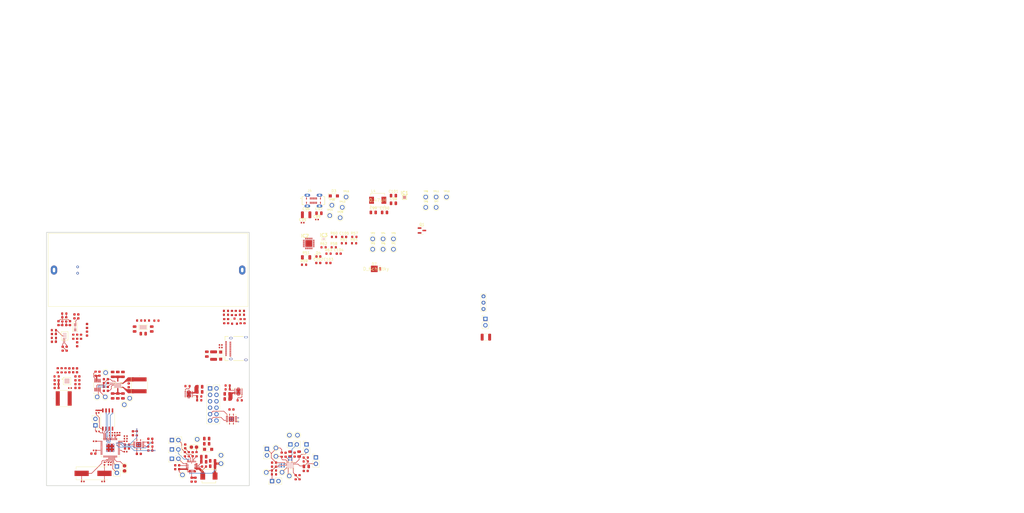
<source format=kicad_pcb>
(kicad_pcb (version 20211014) (generator pcbnew)
  (layers (0 "F.Cu" signal "Top Layer") (1 "In1.Cu" signal "Signal Layer 1") (2 "In2.Cu" signal "Signal Layer 2") (31 "B.Cu" signal "Bottom Layer") (34 "B.Paste" user "Bottom Paste") (35 "F.Paste" user "Top Paste") (36 "B.SilkS" user "Bottom Overlay") (37 "F.SilkS" user "Top Overlay") (38 "B.Mask" user "Bottom Solder") (39 "F.Mask" user "Top Solder") (44 "Edge.Cuts" user))
  (property "1" "")
  (property "2" "")
  (property "3" "")
  (property "ADDRESS1" "Not shown in title block")
  (property "ADDRESS2" "Not shown in title block")
  (property "ADDRESS3" "Not shown in title block")
  (property "ADDRESS4" "Not shown in title block")
  (property "APPROVEDBY" "Not shown in title block")
  (property "AUTHOR" "Not shown in title block")
  (property "CHECKEDBY" "Not shown in title block")
  (property "CONFIGURATIONPARAMETERS" "")
  (property "CONFIGURATORNAME" "")
  (property "CURRENTDATE" "Not shown in title block")
  (property "CURRENTTIME" "Not shown in title block")
  (property "DOCUMENTFULLPATHANDNAME" "Not shown in title block")
  (property "DOCUMENTNAME" "Not shown in title block")
  (property "DOCUMENTNUM1" "")
  (property "DOCUMENTNUMBER" "7")
  (property "DRAWNBY" "Joel Hernandez")
  (property "ENGINEER" "Not shown in title block")
  (property "IMAGEPATH" "Not shown in title block")
  (property "ISUSERCONFIGURABLE" "")
  (property "MODIFIEDDATE" "Not shown in title block")
  (property "ORGANIZATION" "Not shown in title block")
  (property "PAGESETUP" "Record=PageOptions¦CenterHorizontal=True¦CenterVertical=True¦PrintScale=1.00¦XCorrection=1.00¦YCorrection=1.00¦PrintKind=0¦BorderSize=5000000¦LeftOffset=0¦BottomOffset=0¦Orientation=2¦PaperLength=1000¦PaperWidth=1000¦Scale=100¦PaperSource=15¦PrintQuality=600¦MediaType=1¦DitherType=10¦PaperKind=Letter¦PrintScaleMode=1")
  (property "SHEETNUMBER1" "")
  (property "SHEETTITLE" "Basic Sink Essential Circuitry")
  (property "SHEETTOTAL" "12")
  (property "SHEETTOTAL1" "")
  (property "SPICEMODELCACHE" "")
  (property "TIME" "Not shown in title block")
  (property "VERSIONCONTROL_PROJFOLDERREVNUMBER" "")
  (property "VERSIONCONTROL_REVNUMBER" "")
  (net 0 "")
  (net 1 "Net-(BT1-Pad1)")
  (net 2 "GND")
  (net 3 "Net-(BT1-Pad3)")
  (net 4 "Net-(BT1-Pad4)")
  (net 5 "/SYS")
  (net 6 "/MCU/XIN")
  (net 7 "Net-(C3-Pad1)")
  (net 8 "/3V3")
  (net 9 "Net-(C6-Pad1)")
  (net 10 "/USB-C_ExtChg/CC1")
  (net 11 "/USB-C_ExtChg/CC2")
  (net 12 "/PowerMux/VIN_A")
  (net 13 "/PowerMux/VIN_B")
  (net 14 "/Charger/V_IN")
  (net 15 "/1V8")
  (net 16 "Net-(C28-Pad1)")
  (net 17 "Net-(C30-Pad1)")
  (net 18 "Net-(C30-Pad2)")
  (net 19 "Net-(C31-Pad1)")
  (net 20 "Net-(C31-Pad2)")
  (net 21 "/VBoost")
  (net 22 "/MCU/GPIO29_ADC3")
  (net 23 "/MCU/GPIO28_ADC2")
  (net 24 "/MCU/GPIO27_ADC1")
  (net 25 "/MCU/GPIO26_ADC0")
  (net 26 "Net-(C47-Pad1)")
  (net 27 "Net-(C48-Pad1)")
  (net 28 "Net-(C49-Pad1)")
  (net 29 "/USB-C_ExtChg/VBUS")
  (net 30 "Net-(C51-Pad1)")
  (net 31 "Net-(C52-Pad1)")
  (net 32 "/USB-C_PhonePC/CC2")
  (net 33 "/USB-C_PhonePC/CC1")
  (net 34 "Net-(C57-Pad1)")
  (net 35 "Net-(C58-Pad1)")
  (net 36 "Net-(C59-Pad1)")
  (net 37 "Net-(C60-Pad2)")
  (net 38 "Net-(C62-Pad1)")
  (net 39 "Net-(C62-Pad2)")
  (net 40 "/Charger/BATT")
  (net 41 "Net-(C64-Pad1)")
  (net 42 "Net-(C65-Pad2)")
  (net 43 "/Charger/PVDD")
  (net 44 "Net-(C71-Pad1)")
  (net 45 "Net-(C72-Pad1)")
  (net 46 "Net-(C73-Pad1)")
  (net 47 "Net-(C73-Pad2)")
  (net 48 "Net-(C77-Pad1)")
  (net 49 "Net-(C84-Pad1)")
  (net 50 "Net-(C84-Pad2)")
  (net 51 "Net-(C88-Pad1)")
  (net 52 "/5V")
  (net 53 "Net-(D1-Pad1)")
  (net 54 "Net-(D1-Pad2)")
  (net 55 "Net-(D6-Pad1)")
  (net 58 "Net-(C100-Pad1)")
  (net 59 "/USB-PD-PhonePC/VIO2_")
  (net 60 "/USB-PD-PhonePC/VIO1_")
  (net 65 "/USB-C_PhonePC/VBUS")
  (net 68 "/MCU/~{USB_BOOT}")
  (net 69 "/MOTORS/OUT_P1")
  (net 70 "/MOTORS/OUT_P2")
  (net 71 "/MOTORS/OUT_N1")
  (net 72 "/MOTORS/OUT_N2")
  (net 73 "/MOTORS/ENC_11")
  (net 74 "/MOTORS/ENC_21")
  (net 75 "/MOTORS/ENC_12")
  (net 76 "/MOTORS/ENC_22")
  (net 77 "Net-(C102-Pad1)")
  (net 78 "Net-(JP8-Pad2)")
  (net 79 "Net-(JP9-Pad2)")
  (net 80 "Net-(L3-Pad2)")
  (net 81 "Net-(Q2-Pad2)")
  (net 82 "Net-(Q2-Pad5)")
  (net 83 "/MCU/QSPI_SS")
  (net 84 "Net-(C103-Pad1)")
  (net 85 "Net-(R3-Pad2)")
  (net 86 "Net-(C104-Pad1)")
  (net 87 "Net-(R4-Pad2)")
  (net 88 "/MCU/XOUT")
  (net 89 "/SDA_SL")
  (net 90 "Net-(R6-Pad2)")
  (net 91 "/SCL_SL")
  (net 92 "Net-(R7-Pad2)")
  (net 93 "/SDA_EXT")
  (net 94 "/SCL_EXT")
  (net 95 "Net-(R12-Pad2)")
  (net 96 "Net-(R13-Pad2)")
  (net 97 "/I2C0_SDA")
  (net 98 "/I2C0_SCL")
  (net 99 "Net-(R16-Pad1)")
  (net 100 "/ADC0")
  (net 101 "/GPIO4")
  (net 102 "Net-(R19-Pad2)")
  (net 103 "Net-(R20-Pad2)")
  (net 104 "Net-(R21-Pad2)")
  (net 105 "Net-(R22-Pad2)")
  (net 106 "Net-(R23-Pad2)")
  (net 107 "Net-(R24-Pad2)")
  (net 108 "Net-(R25-Pad2)")
  (net 109 "Net-(R26-Pad1)")
  (net 110 "Net-(R27-Pad1)")
  (net 111 "/GPIO10")
  (net 112 "/GPIO11")
  (net 113 "Net-(R32-Pad2)")
  (net 114 "Net-(R33-Pad2)")
  (net 115 "/I2C1_SDA")
  (net 116 "/I2C1_SCL")
  (net 117 "/GPIO7")
  (net 118 "Net-(D4-Pad2)")
  (net 119 "Net-(IC1-PadB1)")
  (net 120 "/USB-PD-PhonePC/GPIO0")
  (net 121 "Net-(R46-Pad2)")
  (net 122 "Net-(R47-Pad2)")
  (net 123 "/GPIO6")
  (net 124 "Net-(R50-Pad1)")
  (net 125 "Net-(R50-Pad2)")
  (net 126 "Net-(R52-Pad1)")
  (net 127 "Net-(R53-Pad1)")
  (net 128 "Net-(R54-Pad1)")
  (net 129 "Net-(R55-Pad1)")
  (net 130 "Net-(R56-Pad2)")
  (net 131 "Net-(IC1-PadC3)")
  (net 133 "/MCU/SWD")
  (net 134 "/MCU/SWCLK")
  (net 135 "/MCU/RUN")
  (net 136 "/GPIO9")
  (net 137 "/MCU/QSPI_SD1")
  (net 138 "/MCU/QSPI_SD2")
  (net 139 "/MCU/QSPI_SD0")
  (net 140 "/MCU/QSPI_SCLK")
  (net 141 "/MCU/QSPI_SD3")
  (net 142 "/GPIO5")
  (net 144 "/GPIO12")
  (net 145 "/GPIO13")
  (net 146 "/GPIO14")
  (net 147 "/GPIO15")
  (net 148 "/GPIO16")
  (net 149 "/MCU/GPIO17")
  (net 150 "/MCU/GPIO18")
  (net 151 "/MCU/GPIO19")
  (net 152 "/MCU/GPIO20")
  (net 153 "/MCU/GPIO21")
  (net 154 "/MCU/GPIO22")
  (net 155 "/MCU/GPIO23")
  (net 156 "/MCU/GPIO24")
  (net 157 "/MCU/GPIO25")
  (net 158 "/PowerMux/FLAG")
  (net 160 "/MCU/ADC1")
  (net 161 "/MCU/ADC2")
  (net 162 "/MCU/ADC3")
  (net 173 "Net-(IC2-Pad6)")
  (net 174 "Net-(IC2-Pad7)")
  (net 176 "Net-(IC2-Pad9)")
  (net 178 "Net-(IC2-Pad11)")
  (net 179 "Net-(IC2-Pad13)")
  (net 184 "Net-(IC2-Pad23)")
  (net 185 "Net-(IC2-Pad24)")
  (net 186 "Net-(IC3-Pad2)")
  (net 187 "/USB-C_ExtChg/D+")
  (net 188 "/USB-C_ExtChg/D-")
  (net 191 "/USB-C_PhonePC/D+")
  (net 192 "/USB-C_PhonePC/D-")
  (net 193 "/USB-C_PhonePC/SBU1")
  (net 194 "/USB-C_PhonePC/SBU2")
  (net 195 "/USB-PD-PhonePC/VIO1")
  (net 196 "/MCU/D+")
  (net 197 "/MCU/D-")
  (net 198 "/USB-PD-PhonePC/GPIO3")
  (net 199 "/USB-PD-PhonePC/GPIO1")
  (net 200 "/USB-PD-PhonePC/DN1")
  (net 201 "/USB-PD-PhonePC/DP2")
  (footprint "AltiumImports:CON_USB3.1-C_RCPT_SMD_RA_ACP_12401610E4#2A" (layer "F.Cu") (at 135.819 105.847 90)
    (fp_text reference "J1" hide)
    (fp_text value "USBC_Receptacle_SMD_RA" hide)
  )
  (footprint "MountingHole:MountingHole_2.7mm_M2.5" (layer "F.Cu") (at 136.6572 156.3676)
    (fp_text reference "H2" hide)
    (fp_text value "MountingHole" hide)
  )
  (footprint "TestPoint:KEYSTONE_5002" (layer "F.Cu") (at 213.69 46.02)
    (fp_text reference "TP11")
    (fp_text value "VBUS")
  )
  (footprint "TestPoint:KEYSTONE_5002" (layer "F.Cu") (at 119.436 141.6864)
    (fp_text reference "TP23" hide)
    (fp_text value "TestPoint" hide)
  )
  (footprint "Capacitor_SMD:C_0805_2012Metric" (layer "F.Cu") (at 196.85 48.49)
    (fp_text reference "C98")
    (fp_text value "4.7uF")
  )
  (footprint "Capacitor_SMD:C_0805_2012Metric" (layer "F.Cu") (at 196.85 45.48)
    (fp_text reference "C101")
    (fp_text value "4.7uF")
  )
  (footprint "TestPoint:KEYSTONE_5002" (layer "F.Cu") (at 209.6 50.11)
    (fp_text reference "TP9")
    (fp_text value "CC1")
  )
  (footprint "Connector_PinHeader_2.54mm:PinHeader_1x02_P2.54mm_Vertical" (layer "F.Cu") (at 79.3008 136.1711 180)
    (fp_text reference "J2" hide)
    (fp_text value "Conn_01x02" hide)
  )
  (footprint "Resistor_SMD:R_0603_1608Metric" (layer "F.Cu") (at 136.205 126.294 180)
    (fp_text reference "R31" hide)
    (fp_text value "10k" hide)
  )
  (footprint "Capacitor_SMD:C_0805_2012Metric" (layer "F.Cu") (at 125.5176 150.2208 180)
    (fp_text reference "C78" hide)
    (fp_text value "22uF" hide)
  )
  (footprint "Capacitor_SMD:C_0805_2012Metric" (layer "F.Cu") (at 90.15 124.5666 90)
    (fp_text reference "C34" hide)
    (fp_text value "22uF" hide)
  )
  (footprint "Capacitor_SMD:C_0402_1005Metric" (layer "F.Cu") (at 87.886 139.5697 90)
    (fp_text reference "C10" hide)
    (fp_text value "1u" hide)
  )
  (footprint "custom_modules:NCP3901" (layer "F.Cu") (at 98.1 97.4396)
    (fp_text reference "U4" hide)
    (fp_text value "NCP3901" hide)
  )
  (footprint "Capacitor_SMD:C_0603_1608Metric" (layer "F.Cu") (at 69.271 95.8334 -90)
    (fp_text reference "C61" hide)
    (fp_text value "0.1uF" hide)
  )
  (footprint "TestPoint:KEYSTONE_5002" (layer "F.Cu") (at 213.69 50.11)
    (fp_text reference "TP7")
    (fp_text value "D-")
  )
  (footprint "Capacitor_SMD:C_0402_1005Metric" (layer "F.Cu") (at 161.03 56.16)
    (fp_text reference "C95")
    (fp_text value "27pF")
  )
  (footprint "TestPoint:KEYSTONE_5002" (layer "F.Cu") (at 83.165 124.9476)
    (fp_text reference "SDA1V1" hide)
    (fp_text value "TestPoint" hide)
  )
  (footprint "TestPoint:KEYSTONE_5002" (layer "F.Cu") (at 196.86 62.56)
    (fp_text reference "TP5")
    (fp_text value "SDA_EXT")
  )
  (footprint "Package_BGA:WLP-35_7x5_2.828x2.028mm" (layer "F.Cu") (at 88.118 120.3756)
    (fp_text reference "U6" hide)
    (fp_text value "MAX77857" hide)
  )
  (footprint "Resistor_SMD:R_0603_1608Metric" (layer "F.Cu") (at 169.3 65.88)
    (fp_text reference "R62")
    (fp_text value "16k")
  )
  (footprint "custom_modules:WRM483265-10F5-12V-G" (layer "F.Cu") (at 232.378 87.7472)
    (fp_text reference "U1" hide)
    (fp_text value "WRM483265-10F5-12V-G" hide)
  )
  (footprint "Capacitor_SMD:C_0402_1005Metric" (layer "F.Cu") (at 128.707 105.466 180)
    (fp_text reference "C18" hide)
    (fp_text value "27pF" hide)
  )
  (footprint "Capacitor_SMD:C_0402_1005Metric" (layer "F.Cu") (at 84.9396 139.5697 90)
    (fp_text reference "C6" hide)
    (fp_text value "100n" hide)
  )
  (footprint "TestPoint:KEYSTONE_5002" (layer "F.Cu") (at 159.0108 140.0608)
    (fp_text reference "TP19" hide)
    (fp_text value "TestPoint" hide)
  )
  (footprint "Capacitor_SMD:C_0603_1608Metric" (layer "F.Cu") (at 96.420601 147.4437)
    (fp_text reference "C35" hide)
    (fp_text value "0.1uF" hide)
  )
  (footprint "Resistor_SMD:R_0603_1608Metric" (layer "F.Cu") (at 130.802 92.512)
    (fp_text reference "R9" hide)
    (fp_text value "100" hide)
  )
  (footprint "Capacitor_SMD:C_0402_1005Metric" (layer "F.Cu") (at 166.68 54.92)
    (fp_text reference "C89")
    (fp_text value "27pF")
  )
  (footprint "Capacitor_SMD:C_0603_1608Metric" (layer "F.Cu") (at 75.9766 99.9612 -90)
    (fp_text reference "C66" hide)
    (fp_text value "0.1uF" hide)
  )
  (footprint "Resistor_SMD:R_0603_1608Metric" (layer "F.Cu") (at 131.472 120.452 180)
    (fp_text reference "R30" hide)
    (fp_text value "0.4" hide)
  )
  (footprint "Resistor_SMD:R_0603_1608Metric" (layer "F.Cu") (at 100.9538 144.5481 180)
    (fp_text reference "R25" hide)
    (fp_text value "100" hide)
  )
  (footprint "Capacitor_SMD:C_0603_1608Metric" (layer "F.Cu") (at 67.9502 105.9172 90)
    (fp_text reference "C56" hide)
    (fp_text value "0.47uF" hide)
  )
  (footprint "Resistor_SMD:R_0603_1608Metric" (layer "F.Cu") (at 91.7468 143.7861)
    (fp_text reference "R22" hide)
    (fp_text value "100" hide)
  )
  (footprint "Capacitor_SMD:C_0805_2012Metric" (layer "F.Cu") (at 86.086 124.5666 90)
    (fp_text reference "C32" hide)
    (fp_text value "100nF" hide)
  )
  (footprint "Capacitor_SMD:C_0603_1608Metric" (layer "F.Cu") (at 91.7468 145.3101)
    (fp_text reference "C36" hide)
    (fp_text value "100nF" hide)
  )
  (footprint "Capacitor_SMD:C_0805_2012Metric" (layer "F.Cu") (at 159.6458 147.5284 90)
    (fp_text reference "C50" hide)
    (fp_text value "1uF" hide)
  )
  (footprint "Package_SO:SOIC-8_5.23x5.23mm_P1.27mm" (layer "F.Cu") (at 84.1268 133.8801 90)
    (fp_text reference "U2" hide)
    (fp_text value "W25Q128JVS" hide)
  )
  (footprint "Capacitor_SMD:C_0603_1608Metric" (layer "F.Cu") (at 100.9538 141.5001 180)
    (fp_text reference "C38" hide)
    (fp_text value "100nF" hide)
  )
  (footprint "TestPoint:KEYSTONE_5002" (layer "F.Cu") (at 188.68 66.65)
    (fp_text reference "TP3")
    (fp_text value "I2C0_SDA")
  )
  (footprint "Resistor_SMD:R_0603_1608Metric" (layer "F.Cu") (at 158.2996 156.6724 -90)
    (fp_text reference "R38" hide)
    (fp_text value "120k" hide)
  )
  (footprint "Capacitor_SMD:C_0402_1005Metric" (layer "F.Cu") (at 84.4316 151.2537 -90)
    (fp_text reference "C14" hide)
    (fp_text value "100n" hide)
  )
  (footprint "Capacitor_SMD:C_0603_1608Metric" (layer "F.Cu") (at 72.192 119.913)
    (fp_text reference "C74" hide)
    (fp_text value "100nF" hide)
  )
  (footprint "TestPoint:KEYSTONE_5002" (layer "F.Cu") (at 178.17 46.02)
    (fp_text reference "TP15")
    (fp_text value "CC1")
  )
  (footprint "Resistor_SMD:R_0402_1005Metric" (layer "F.Cu") (at 79.631 130.7733 -90)
    (fp_text reference "R2" hide)
    (fp_text value "DNF" hide)
  )
  (footprint "Capacitor_SMD:C_0805_2012Metric" (layer "F.Cu") (at 88.118 116.0576 90)
    (fp_text reference "C27" hide)
    (fp_text value "10uF" hide)
  )
  (footprint "TestPoint:KEYSTONE_5002" (layer "F.Cu") (at 150.5018 145.1154)
    (fp_text reference "TP22" hide)
    (fp_text value "TestPoint" hide)
  )
  (footprint "Capacitor_SMD:C_0603_1608Metric" (layer "F.Cu") (at 149.7652 150.8812 180)
    (fp_text reference "C54" hide)
    (fp_text value "1uF" hide)
  )
  (footprint "Capacitor_SMD:C_0402_1005Metric" (layer "F.Cu") (at 86.9208 139.5697 90)
    (fp_text reference "C8" hide)
    (fp_text value "1u" hide)
  )
  (footprint "Diode_SMD:Nexperia_CFP3_SOD-123W" (layer "F.Cu") (at 128.707 108.641 -90)
    (fp_text reference "D2" hide)
    (fp_text value "PTVS20VS1UR" hide)
  )
  (footprint "Capacitor_SMD:C_0603_1608Metric" (layer "F.Cu") (at 71.0236 93.1534 90)
    (fp_text reference "C62" hide)
    (fp_text value "0.1uF" hide)
  )
  (footprint "Capacitor_SMD:C_0603_1608Metric" (layer "F.Cu") (at 67.0104 96.5954)
    (fp_text reference "C60" hide)
    (fp_text value "0.1uF" hide)
  )
  (footprint "Ultra_Librarian:SN74AHC125RGYR" (layer "F.Cu") (at 96.369801 143.7899 180)
    (fp_text reference "U7" hide)
    (fp_text value "SN74AHC125RGYR" hide)
  )
  (footprint "Resistor_SMD:R_0603_1608Metric" (layer "F.Cu") (at 137.089 90.988)
    (fp_text reference "R12" hide)
    (fp_text value "100" hide)
  )
  (footprint "Resistor_SMD:R_0402_1005Metric" (layer "F.Cu") (at 82.8568 151.2517 -90)
    (fp_text reference "R5" hide)
    (fp_text value "1k" hide)
  )
  (footprint "TestPoint:KEYSTONE_5002" (layer "F.Cu") (at 128.834 151.2876)
    (fp_text reference "TP25" hide)
    (fp_text value "TestPoint" hide)
  )
  (footprint "Resistor_SMD:R_0603_1608Metric" (layer "F.Cu") (at 67.771 94.3226 90)
    (fp_text reference "R45" hide)
    (fp_text value "200" hide)
  )
  (footprint "Diode_SMD:D_0603_1608Metric_Harvatek" (layer "F.Cu") (at 167.25 69.51)
    (fp_text reference "D4")
    (fp_text value "LED")
  )
  (footprint "Resistor_SMD:R_0603_1608Metric" (layer "F.Cu") (at 100.9538 143.0241 180)
    (fp_text reference "R24" hide)
    (fp_text value "100" hide)
  )
  (footprint "Capacitor_SMD:C_0603_1608Metric" (layer "F.Cu") (at 72.192 118.389)
    (fp_text reference "C91" hide)
    (fp_text value "22uF" hide)
  )
  (footprint "Resistor_SMD:R_0603_1608Metric" (layer "F.Cu") (at 181.33 64.28)
    (fp_text reference "R64")
    (fp_text value "5.1k")
  )
  (footprint "custom_connectors:2.54mm_2pointCurrentTestPoint" (layer "F.Cu") (at 109.4742 145.6996 90)
    (fp_text reference "JP8" hide)
    (fp_text value "76SUSPND" hide)
  )
  (footprint "Capacitor_SMD:C_0805_2012Metric" (layer "F.Cu") (at 156.0898 147.5284 90)
    (fp_text reference "C47" hide)
    (fp_text value "1uF" hide)
  )
  (footprint "Resistor_SMD:R_0603_1608Metric" (layer "F.Cu") (at 70.5664 101.1928 -90)
    (fp_text reference "R46" hide)
    (fp_text value "1k" hide)
  )
  (footprint "Package_BGA:ON_SEMI_EFCP1010-4DG-020" (layer "F.Cu") (at 169.35 62.57)
    (fp_text reference "IC3")
    (fp_text value "EFC4626R-TR" hide)
  )
  (footprint "TestPoint:KEYSTONE_5002" (layer "F.Cu") (at 217.78 46.02)
    (fp_text reference "TP10")
    (fp_text value "CC2")
  )
  (footprint "Capacitor_SMD:C_0402_1005Metric" (layer "F.Cu") (at 74.2928 158.3437)
    (fp_text reference "C2" hide)
    (fp_text value "27p" hide)
  )
  (footprint "Package_TO_SOT_SMD:Diodes_Inc-SOT23-01_2017-0-MFG" (layer "F.Cu") (at 134.168 95.052 90)
    (fp_text reference "D1" hide)
    (fp_text value "AZ23C5V6-7-F" hide)
  )
  (footprint "Capacitor_SMD:C_0603_1608Metric" (layer "F.Cu") (at 149.7398 152.4814 180)
    (fp_text reference "C53" hide)
    (fp_text value "1uF" hide)
  )
  (footprint "Capacitor_SMD:C_0805_2012Metric" (layer "F.Cu") (at 131.252 125.786 180)
    (fp_text reference "C43" hide)
    (fp_text value "10uF" hide)
  )
  (footprint "custom_connectors:2.54mm_2pointCurrentTestPoint" (layer "F.Cu") (at 109.4742 149.3572 90)
    (fp_text reference "JP9" hide)
    (fp_text value "76DISQBAT" hide)
  )
  (footprint "Capacitor_SMD:C_0805_2012Metric" (layer "F.Cu") (at 131.252 123.754 180)
    (fp_text reference "C41" hide)
    (fp_text value "100nF" hide)
  )
  (footprint "TestPoint:KEYSTONE_5002" (layer "F.Cu") (at 188.68 62.56)
    (fp_text reference "TP2")
    (fp_text value "SCL_SL")
  )
  (footprint "Capacitor_SMD:C_0603_1608Metric" (layer "F.Cu") (at 78.488 147.3421 180)
    (fp_text reference "C17" hide)
    (fp_text value "10u" hide)
  )
  (footprint "TestPoint:KEYSTONE_5002" (layer "F.Cu") (at 209.6 46.02)
    (fp_text reference "TP8")
    (fp_text value "D+")
  )
  (footprint "Resistor_SMD:R_0603_1608Metric" (layer "F.Cu") (at 159.8236 156.6724 -90)
    (fp_text reference "R37" hide)
    (fp_text value "649k" hide)
  )
  (footprint "Capacitor_SMD:C_0603_1608Metric" (layer "F.Cu") (at 118.7756 157.6376 -90)
    (fp_text reference "C69" hide)
    (fp_text value "1uF" hide)
  )
  (footprint "custom_connectors:2.54mm_2pointCurrentTestPoint" (layer "F.Cu") (at 146.9458 145.4914)
    (fp_text reference "JP6" hide)
    (fp_text value "58VIO1" hide)
  )
  (footprint "Resistor_SMD:R_0603_1608Metric" (layer "F.Cu") (at 103.3578 94.8486)
    (fp_text reference "R18" hide)
    (fp_text value "47K" hide)
  )
  (footprint "Resistor_SMD:R_0603_1608Metric" (layer "F.Cu") (at 67.0104 92.0488 180)
    (fp_text reference "R44" hide)
    (fp_text value "5m" hide)
  )
  (footprint "TestPoint:KEYSTONE_5002" (layer "F.Cu") (at 146.6918 154.7674)
    (fp_text reference "TP21" hide)
    (fp_text value "TestPoint" hide)
  )
  (footprint "Package_TO_SOT_SMD:SOT-23" (layer "F.Cu") (at 208.1 59.25)
    (fp_text reference "Q1")
    (fp_text value "Q_NMOS_GDS")
  )
  (footprint "Capacitor_SMD:C_0603_1608Metric" (layer "F.Cu") (at 132.9665 129.9135 180)
    (fp_text reference "C44" hide)
    (fp_text value "0.1uF" hide)
  )
  (footprint "Snapeda:IC_DRV8830DRCR" (layer "F.Cu") (at 135.697 122.865)
    (fp_text reference "U9" hide)
    (fp_text value "DRV8830DRCR" hide)
  )
  (footprint "Capacitor_SMD:C_0402_1005Metric" (layer "F.Cu") (at 91.2108 142.4653)
    (fp_text reference "C12" hide)
    (fp_text value "100n" hide)
  )
  (footprint "Capacitor_SMD:C_0805_2012Metric" (layer "F.Cu") (at 86.086 116.0576 90)
    (fp_text reference "C25" hide)
    (fp_text value "10uF" hide)
  )
  (footprint "Resistor_SMD:R_0603_1608Metric" (layer "F.Cu") (at 63.992 116.868 180)
    (fp_text reference "R54" hide)
    (fp_text value "28k" hide)
  )
  (footprint "TestPoint:KEYSTONE_5002" (layer "F.Cu") (at 171.74 53.36)
    (fp_text reference "TP14")
    (fp_text value "D+")
  )
  (footprint "Capacitor_SMD:C_0603_1608Metric" (layer "F.Cu") (at 171.22 72.06)
    (fp_text reference "C103")
    (fp_text value "0.1uF")
  )
  (footprint "Resistor_SMD:R_0603_1608Metric" (layer "F.Cu") (at 96.5638 94.798)
    (fp_text reference "R16" hide)
    (fp_text value "510k" hide)
  )
  (footprint "MountingHole:MountingHole_2.7mm_M2.5" (layer "F.Cu") (at 63.8608 156.3676)
    (fp_text reference "H1" hide)
    (fp_text value "MountingHole" hide)
  )
  (footprint "Resistor_SMD:R_0603_1608Metric" (layer "F.Cu") (at 149.7398 154.0054)
    (fp_text reference "R34" hide)
    (fp_text value "2.2k" hide)
  )
  (footprint "Resistor_SMD:R_0603_1608Metric" (layer "F.Cu") (at 66.2484 94.3226 90)
    (fp_text reference "R43" hide)
    (fp_text value "200" hide)
  )
  (footprint "Capacitor_SMD:C_0603_1608Metric" (layer "F.Cu") (at 111.562 151.948 180)
    (fp_text reference "C72" hide)
    (fp_text value "100nF" hide)
  )
  (footprint "Capacitor_SMD:C_0603_1608Metric" (layer "F.Cu") (at 72.5476 93.1534 -90)
    (fp_text reference "C63" hide)
    (fp_text value "0.1uF" hide)
  )
  (footprint "custom_modules:battery26650_thermistor" (layer "F.Cu") (at 100.0812 74.8592)
    (fp_text reference "BT1" hide)
    (fp_text value "DNP" hide)
  )
  (footprint "Capacitor_SMD:C_0603_1608Metric" (layer "F.Cu") (at 62.9202 103.174 180)
    (fp_text reference "C57" hide)
    (fp_text value "0.1uF" hide)
  )
  (footprint "Capacitor_SMD:C_0603_1608Metric" (layer "F.Cu") (at 83.419 122.5346 180)
    (fp_text reference "C28" hide)
    (fp_text value "2.2uF" hide)
  )
  (footprint "TestPoint:KEYSTONE_5002" (layer "F.Cu") (at 152.9148 154.6912)
    (fp_text reference "TP16" hide)
    (fp_text value "TestPoint" hide)
  )
  (footprint "Resistor_SMD:R_0603_1608Metric" (layer "F.Cu") (at 131.628 95.052 90)
    (fp_text reference "R7" hide)
    (fp_text value "0" hide)
  )
  (footprint "Resistor_SMD:R_0603_1608Metric" (layer "F.Cu") (at 133.152 91.814 -90)
    (fp_text reference "R10" hide)
    (fp_text value "1k" hide)
  )
  (footprint "Capacitor_SMD:C_0805_2012Metric" (layer "F.Cu") (at 188.9 52.11)
    (fp_text reference "C99")
    (fp_text value "4.7uF")
  )
  (footprint "Capacitor_SMD:C_0603_1608Metric" (layer "F.Cu") (at 83.419 117.9626 180)
    (fp_text reference "C26" hide)
    (fp_text value "0.47uF" hide)
  )
  (footprint "Resistor_SMD:R_0603_1608Metric" (layer "F.Cu") (at 62.9202 101.65)
    (fp_text reference "R42" hide)
    (fp_text value "10" hide)
  )
  (footprint "Capacitor_SMD:C_0805_2012Metric" (layer "F.Cu") (at 98.1508 99.9796 180)
    (fp_text reference "C22" hide)
    (fp_text value "1uF" hide)
  )
  (footprint "Capacitor_SMD:C_0402_1005Metric" (layer "F.Cu") (at 85.9556 139.5697 90)
    (fp_text reference "C9" hide)
    (fp_text value "100n" hide)
  )
  (footprint "Resistor_SMD:R_0402_1005Metric" (layer "F.Cu") (at 91.2388 140.4333)
    (fp_text reference "R4" hide)
    (fp_text value "27" hide)
  )
  (footprint "Capacitor_SMD:C_0402_1005Metric" (layer "F.Cu") (at 79.0468 142.4653 180)
    (fp_text reference "C15" hide)
    (fp_text value "100n" hide)
  )
  (footprint "Resistor_SMD:R_0603_1608Metric" (layer "F.Cu") (at 95.6198 139.3157 -90)
    (fp_text reference "R23" hide)
    (fp_text value "100" hide)
  )
  (footprint "Capacitor_SMD:C_0402_1005Metric" (layer "F.Cu") (at 128.707 104.45 180)
    (fp_text reference "C19" hide)
    (fp_text value "27pF" hide)
  )
  (footprint "TestPoint:KEYSTONE_5002" (layer "F.Cu") (at 175.83 54.2)
    (fp_text reference "TP29")
    (fp_text value "CC2")
  )
  (footprint "Capacitor_SMD:C_0603_1608Metric" (layer "F.Cu") (at 62.9202 100.126 180)
    (fp_text reference "C58" hide)
    (fp_text value "0.1uF" hide)
  )
  (footprint "Resistor_SMD:R_0603_1608Metric" (layer "F.Cu") (at 173.41 61.77)
    (fp_text reference "R60")
    (fp_text value "100k")
  )
  (footprint "Connector_USB:GCT_USB4120-03-C_REVA" (layer "F.Cu") (at 165.295 47.45)
    (fp_text reference "J4")
    (fp_text value "USB4120-03-C_REVA")
    (fp_line (start 3.85 0.26) (end 3.65 0.26) (layer "Edge.Cuts") (width 0.01))
    (fp_line (start 3.65 -0.26) (end 3.85 -0.26) (layer "Edge.Cuts") (width 0.01))
    (fp_arc (start 3.65 0.26) (mid 3.466152 0.183848) (end 3.39 0) (layer "Edge.Cuts") (width 0.01))
    (fp_arc (start 3.85 -0.26) (mid 4.033848 -0.183848) (end 4.11 0) (layer "Edge.Cuts") (width 0.01))
    (fp_arc (start 3.39 0) (mid 3.466152 -0.183848) (end 3.65 -0.26) (layer "Edge.Cuts") (width 0.01))
    (fp_arc (start 4.11 0) (mid 4.033848 0.183848) (end 3.85 0.26) (layer "Edge.Cuts") (width 0.01))
  )
  (footprint "RP2040_minimal:Crystal_SMD_HC49-US" (layer "F.Cu") (at 78.3568 155.1433)
    (fp_text reference "Y1" hide)
    (fp_text value "ABLS-12.000MHZ-B4-T" hide)
  )
  (footprint "TestPoint:KEYSTONE_5002" (layer "F.Cu") (at 113.6448 155.758)
    (fp_text reference "TP24" hide)
    (fp_text value "TestPoint" hide)
  )
  (footprint "TestPoint:KEYSTONE_5002" (layer "F.Cu") (at 128.834 147.9856)
    (fp_text reference "TP26" hide)
    (fp_text value "TestPoint" hide)
  )
  (footprint "Capacitor_SMD:C_0805_2012Metric" (layer "F.Cu") (at 167.47 52.43)
    (fp_text reference "C97")
    (fp_text value "2.2uF")
  )
  (footprint "custom_connectors:2.54mm_2pointCurrentTestPoint" (layer "F.Cu") (at 162.5668 143.7134)
    (fp_text reference "JP4" hide)
    (fp_text value "58VBUS" hide)
  )
  (footprint "Resistor_SMD:R_0603_1608Metric" (layer "F.Cu") (at 79.355 115.7906 90)
    (fp_text reference "R19" hide)
    (fp_text value "200k" hide)
  )
  (footprint "Diode_SMD:Nexperia_CFP3_SOD-123W" (layer "F.Cu") (at 173.355 45.6)
    (fp_text reference "D3")
    (fp_text value "PTVS20VS1UR")
  )
  (footprint "Capacitor_SMD:C_0402_1005Metric" (layer "F.Cu") (at 69.271 121.468)
    (fp_text reference "C84" hide)
    (fp_text value "10nF" hide)
  )
  (footprint "Resistor_SMD:R_0402_1005Metric" (layer "F.Cu") (at 91.2388 141.4493)
    (fp_text reference "R3" hide)
    (fp_text value "27" hide)
  )
  (footprint "Package_DFN_QFN:AP33771DKZ13" (layer "F.Cu") (at 163.445 64.365)
    (fp_text reference "IC2")
    (fp_text value "AP33771DKZ-13" hide)
  )
  (footprint "Ultra_Librarian:MAX77958EWV&plus_T" (layer "F.Cu") (at 156.0942 152.0002)
    (fp_text reference "U11" hide)
    (fp_text value "MAX77958EWV+T" hide)
  )
  (footprint "Capacitor_SMD:C_0805_2012Metric" (layer "F.Cu") (at 94.7472 98.1508 -90)
    (fp_text reference "C21" hide)
    (fp_text value "1uF" hide)
  )
  (footprint "custom_transistors:ON_Semiconductor-568AL-10_2013-O-MFG" (layer "F.Cu") (at 71.303 97.459 -90)
    (fp_text reference "Q2" hide)
    (fp_text value "EFC8811R-TF" hide)
  )
  (footprint "Resistor_SMD:R_0603_1608Metric" (layer "F.Cu") (at 114.61 147.5792 -90)
    (fp_text reference "R49" hide)
    (fp_text value "100k" hide)
  )
  (footprint "custom_inductors:Vishay-IHLP-2020BZ-FP_1.905x2.79-3D_2.0-0-0-MFG" (layer "F.Cu") (at 124.0588 156.2152)
    (fp_text reference "L2" hide)
    (fp_text value "0.47uH" hide)
  )
  (footprint "Resistor_SMD:R_0603_1608Metric" (layer "F.Cu") (at 152.7878 147.7824 -90)
    (fp_text reference "R36" hide)
    (fp_text value "200k" hide)
  )
  (footprint "TestPoint:KEYSTONE_5002" (layer "F.Cu") (at 155.7596 156.1644)
    (fp_text reference "TP17" hide)
    (fp_text value "TestPoint" hide)
  )
  (footprint "Capacitor_SMD:C_0603_1608Metric" (layer "F.Cu") (at 94.0958 139.3157 -90)
    (fp_text reference "C37" hide)
    (fp_text value "100nF" hide)
  )
  (footprint "Resistor_SMD:R_0603_1608Metric" (layer "F.Cu") (at 62.9202 98.602)
    (fp_text reference "R41" hide)
    (fp_text value "10" hide)
  )
  (footprint "custom_connectors:2.54mm_2pointCurrentTestPoint" (layer "F.Cu") (at 233.143 94.1322)
    (fp_text reference "JP1" hide)
    (fp_text value "76VIO" hide)
  )
  (footprint "TestPoint:TestPoint_2Pads_Pitch2mm_SMD" (layer "F.Cu") (at 119.166 144.7852 180)
    (fp_text reference "TP12" hide)
    (fp_text value "SWD" hide)
  )
  (footprint "Resistor_SMD:R_0603_1608Metric" (layer "F.Cu") (at 73.6144 101.1928 -90)
    (fp_text reference "R47" hide)
    (fp_text value "1k" hide)
  )
  (footprint "TestPoint:TestPoint_2Pads_Pitch2mm_SMD" (layer "F.Cu") (at 90.7816 152.1681 -90)
    (fp_text reference "TP28" hide)
    (fp_text value "SWD" hide)
  )
  (footprint "Capacitor_SMD:C_0603_1608Metric" (layer "F.Cu") (at 117.658 147.5792 90)
    (fp_text reference "C71" hide)
    (fp_text value "100nF" hide)
  )
  (footprint "Resistor_SMD:R_0603_1608Metric" (layer "F.Cu") (at 136.581 95.052 90)
    (fp_text reference "R14" hide)
    (fp_text value "1k" hide)
  )
  (footprint "Capacitor_SMD:C_0603_1608Metric" (layer "F.Cu") (at 111.549 153.472 180)
    (fp_text reference "C75" hide)
    (fp_text value "10uF" hide)
  )
  (footprint "Capacitor_SMD:C_0603_1608Metric" (layer "F.Cu") (at 157.8678 147.7484 90)
    (fp_text reference "C52" hide)
    (fp_text value "1uF" hide)
  )
  (footprint "Capacitor_SMD:C_0603_1608Metric" (layer "F.Cu") (at 80.879 115.7906 90)
    (fp_text reference "C24" hide)
    (fp_text value "100nF" hide)
  )
  (footprint "Resistor_SMD:R_1206_3216Metric" (layer "F.Cu") (at 162.4 69.86)
    (fp_text reference "R51")
    (fp_text value "10m")
  )
  (footprint "Capacitor_SMD:C_0603_1608Metric" (layer "F.Cu") (at 162.2604 154.1832)
    (fp_text reference "C49" hide)
    (fp_text value "2.2uF" hide)
  )
  (footprint "TestPoint:KEYSTONE_5002" (layer "F.Cu") (at 92.8168 125.4812)
    (fp_text reference "OUT1" hide)
    (fp_text value "TestPoint" hide)
  )
  (footprint "Resistor_SMD:R_0603_1608Metric" (layer "F.Cu") (at 162.2604 150.424)
    (fp_text reference "R39" hide)
    (fp_text value "649k" hide)
  )
  (footprint "Resistor_SMD:R_0603_1608Metric" (layer "F.Cu") (at 120.24 126.278)
    (fp_text reference "R26" hide)
    (fp_text value "DNP" hide)
  )
  (footprint "Capacitor_SMD:C_0603_1608Metric" (layer "F.Cu") (at 75.9766 96.9386 -90)
    (fp_text reference "C65" hide)
    (fp_text value "0.1uF" hide)
  )
  (footprint "Resistor_SMD:R_0603_1608Metric" (layer "F.Cu") (at 161.6 72.76)
    (fp_text reference "R59")
    (fp_text value "100k")
  )
  (footprint "Capacitor_SMD:C_0402_1005Metric" (layer "F.Cu") (at 79.0468 146.0721 180)
    (fp_text reference "C11" hide)
    (fp_text value "100n" hide)
  )
  (footprint "Resistor_SMD:R_0603_1608Metric" (layer "F.Cu") (at 99.624 94.798)
    (fp_text reference "R17" hide)
    (fp_text value "100k" hide)
  )
  (footprint "Resistor_SMD:R_0603_1608Metric" (layer "F.Cu") (at 131.472 121.976 180)
    (fp_text reference "R27" hide)
    (fp_text value "DNP" hide)
  )
  (footprint "Capacitor_SMD:C_0603_1608Metric" (layer "F.Cu") (at 64.7244 95.8334 90)
    (fp_text reference "C59" hide)
    (fp_text value "0.1uF" hide)
  )
  (footprint "Diode_SMD:Vishay-SS1P3L-M3_84A-0-0-0" (layer "F.Cu") (at 189.985 74.395)
    (fp_text reference "D7")
    (fp_text value "D_Schottky")
  )
  (footprint "TestPoint:KEYSTONE_5002" (layer "F.Cu") (at 176.67 50.11)
    (fp_text reference "TP13")
    (fp_text value "D-")
  )
  (footprint "Ultra_Librarian:SN74AHC125RGYR" (layer "F.Cu") (at 132.9665 133.7235)
    (fp_text reference "U10" hide)
    (fp_text value "SN74AHC125RGYR" hide)
  )
  (footprint "Capacitor_SMD:C_1210_3225Metric" (layer "F.Cu") (at 125.913 108.641 -90)
    (fp_text reference "C94" hide)
    (fp_text value "100uF" hide)
  )
  (footprint "Capacitor_SMD:C_0805_2012Metric" (layer "F.Cu") (at 122.0268 150.5764)
    (fp_text reference "C77" hide)
    (fp_text value "10uF" hide)
  )
  (footprint "custom_connectors:2.54mm_2pointCurrentTestPoint" (layer "F.Cu") (at 148.9728 158.1964 90)
    (fp_text reference "JP5" hide)
    (fp_text value "58VIO2" hide)
  )
  (footprint "TestPoint:KEYSTONE_5002" (layer "F.Cu") (at 196.86 66.65)
    (fp_text reference "TP1")
    (fp_text value "SDA_SL")
  )
  (footprint "Capacitor_SMD:C_0402_1005Metric" (layer "F.Cu") (at 91.188 146.5801)
    (fp_text reference "C13" hide)
    (fp_text value "100n" hide)
  )
  (footprint "Capacitor_SMD:C_0603_1608Metric" (layer "F.Cu") (at 122.1414 152.456)
    (fp_text reference "C73" hide)
    (fp_text value "100nF" hide)
  )
  (footprint "Resistor_SMD:R_0603_1608Metric" (layer "F.Cu") (at 120.24 124.754)
    (fp_text reference "R29" hide)
    (fp_text value "0.4" hide)
  )
  (footprint "Capacitor_SMD:C_0805_2012Metric" (layer "F.Cu") (at 120.46 120.944)
    (fp_text reference "C42" hide)
    (fp_text value "10uF" hide)
  )
  (footprint "Package_BGA:Maxim-N252B2-1-0-A-MFG" (layer "F.Cu") (at 68.092 118.668)
    (fp_text reference "U14" hide)
    (fp_text value "MAX77642ANA+" hide)
  )
  (footprint "TestPoint:KEYSTONE_5002" (layer "F.Cu") (at 192.77 62.56)
    (fp_text reference "TP4")
    (fp_text value "I2C0_SCL")
  )
  (footprint "Capacitor_SMD:C_0603_1608Metric" (layer "F.Cu") (at 63.992 121.418 180)
    (fp_text reference "C85" hide)
    (fp_text value "100nF" hide)
  )
  (footprint "Diode_SMD:Nexperia_CFP3_SOD-123W" (layer "F.Cu") (at 123.754 145.6488)
    (fp_text reference "D5" hide)
    (fp_text value "PTVS20VS1UR" hide)
  )
  (footprint "Capacitor_SMD:C_0603_1608Metric" (layer "F.Cu") (at 66.3754 105.9172 -90)
    (fp_text reference "C55" hide)
    (fp_text value "1uF" hide)
  )
  (footprint "Resistor_SMD:R_0603_1608Metric" (layer "F.Cu") (at 64.445 114.452 90)
    (fp_text reference "R55" hide)
    (fp_text value "14k" hide)
  )
  (footprint "Capacitor_SMD:C_0603_1608Metric" (layer "F.Cu") (at 72.023 114.452 90)
    (fp_text reference "C88" hide)
    (fp_text value "1uF" hide)
  )
  (footprint "Capacitor_SMD:C_0805_2012Metric" (layer "F.Cu") (at 90.15 116.0576 -90)
    (fp_text reference "C29" hide)
    (fp_text value "100nF" hide)
  )
  (footprint "Capacitor_SMD:C_0805_2012Metric" (layer "F.Cu") (at 162.4804 152.4052)
    (fp_text reference "C48" hide)
    (fp_text value "1uF" hide)
  )
  (footprint "Connector_PinHeader_2.54mm:PinHeader_2x06_P2.54mm_Vertical" (layer "F.Cu") (at 124.516 121.595)
    (fp_text reference "J3" hide)
    (fp_text value "67996-412HLF" hide)
  )
  (footprint "Resistor_SMD:R_0603_1608Metric" (layer "F.Cu") (at 130.802 90.988)
    (fp_text reference "R8" hide)
    (fp_text value "100" hide)
  )
  (footprint "Capacitor_SMD:C_0603_1608Metric" (layer "F.Cu") (at 72.0904 104.1778 -90)
    (fp_text reference "C64" hide)
    (fp_text value "0.1uF" hide)
  )
  (footprint "custom_connectors:2.54mm_2pointCurrentTestPoint" (layer "F.Cu") (at 156.2118 143.7184 90)
    (fp_text reference "JP2" hide)
    (fp_text value "58VCIN" hide)
  )
  (footprint "Capacitor_SMD:C_0603_1608Metric" (layer "F.Cu") (at 72.192 121.418)
    (fp_text reference "C86" hide)
    (fp_text value "22uF" hide)
  )
  (footprint "Capacitor_SMD:C_0603_1608Metric" (layer "F.Cu") (at 70.523 114.452 90)
    (fp_text reference "C92" hide)
    (fp_text value "100nF" hide)
  )
  (footprint "Capacitor_SMD:C_1210_3225Metric" (layer "F.Cu") (at 233.3296 101.3512)
    (fp_text reference "C1" hide)
    (fp_text value "100uF" hide)
  )
  (footprint "Capacitor_SMD:C_0402_1005Metric" (layer "F.Cu") (at 80.6216 130.7533 -90)
    (fp_text reference "C5" hide)
    (fp_text value "100n" hide)
  )
  (footprint "Resistor_SMD:R_0603_1608Metric" (layer "F.Cu") (at 138.105 95.052 90)
    (fp_text reference "R15" hide)
    (fp_text value "1k" hide)
  )
  (footprint "Capacitor_SMD:C_0402_1005Metric" (layer "F.Cu") (at 82.37 158.3437 180)
    (fp_text reference "C3" hide)
    (fp_text value "27p" hide)
  )
  (footprint "TestPoint:KEYSTONE_5002" (layer "F.Cu") (at 83.3172 115.372)
    (fp_text reference "IN1" hide)
    (fp_text value "TestPoint" hide)
  )
  (footprint "Capacitor_SMD:C_0603_1608Metric" (layer "F.Cu") (at 63.992 118.418 180)
    (fp_text reference "C4" hide)
    (fp_text value "1uF" hide)
  )
  (footprint "TestPoint:KEYSTONE_5002" (layer "F.Cu") (at 150.5018 148.4174)
    (fp_text reference "TP20" hide)
    (fp_text value "TestPoint" hide)
  )
  (footprint "Resistor_SMD:R_0603_1608Metric" (layer "F.Cu") (at 130.104 95.052 90)
    (fp_text reference "R6" hide)
    (fp_text value "0" hide)
  )
  (footprint "TestPoint:KEYSTONE_5002" (layer "F.Cu") (at 155.8104 140.0608)
    (fp_text reference "TP18" hide)
    (fp_text value "TestPoint" hide)
  )
  (footprint "Capacitor_SMD:C_0805_2012Metric" (layer "F.Cu") (at 123.1952 141.4196)
    (fp_text reference "C68" hide)
    (fp_text value "10uF" hide)
  )
  (footprint "Resistor_SMD:R_0603_1608Metric" (layer "F.Cu") (at 181.43 61.77)
    (fp_text reference "R57")
    (fp_text value "10k")
  )
  (footprint "Capacitor_SMD:C_0805_2012Metric" (layer "F.Cu") (at 120.46 122.976)
    (fp_text reference "C40" hide)
    (fp_text value "100nF" hide)
  )
  (footprint "custom_inductors:Vishay-IHLP-2020BZ-FP_1.905x2.79-3D_2.0-0-0-MFG" (layer "F.Cu") (at 190.653 47.292)
    (fp_text reference "L4")
    (fp_text value "0.47uH")
  )
  (footprint "Diode_SMD:D_0603_1608Metric_Harvatek" (layer "F.Cu") (at 114.7116 144.4804 90)
    (fp_text reference "D6" hide)
    (fp_text value "LED" hide)
  )
  (footprint "custom_inductors:NRS6028T1R5NMGJ" (layer "F.Cu") (at 66.792 125.577)
    (fp_text reference "L3" hide)
    (fp_text value "1.5uH" hide)
  )
  (footprint "Resistor_SMD:R_0603_1608Metric" (layer "F.Cu") (at 83.419 121.0106)
    (fp_text reference "R20" hide)
    (fp_text value "2.2k" hide)
  )
  (footprint "Capacitor_SMD:C_0603_1608Metric" (layer "F.Cu") (at 72.192 116.865)
    (fp_text reference "C90" hide)
    (fp_text value "100nF" hide)
  )
  (footprint "Resistor_SMD:R_0603_1608Metric" (layer "F.Cu") (at 173.31 65.88)
    (fp_text reference "R58")
    (fp_text value "100")
  )
  (footprint "Resistor_SMD:R_0603_1608Metric" (layer "F.Cu") (at 134.676 91.814 -90)
    (fp_text reference "R11" hide)
    (fp_text value "1k" hide)
  )
  (footprint "Resistor_SMD:R_0603_1608Metric" (layer "F.Cu") (at 162.2604 148.9)
    (fp_text reference "R40" hide)
    (fp_text value "120k" hide)
  )
  (footprint "Capacitor_SMD:C_0805_2012Metric" (layer "F.Cu") (at 125.532 152.3036 180)
    (fp_text reference "C76" hide)
    (fp_text value "22uF" hide)
  )
  (footprint "Resistor_SMD:R_0603_1608Metric" (layer "F.Cu") (at 72.0904 101.1806 -90)
    (fp_text reference "R48" hide)
    (fp_text value "2k" hide)
  )
  (footprint "Resistor_SMD:R_0603_1608Metric" (layer "F.Cu") (at 83.419 119.4866)
    (fp_text reference "R21" hide)
    (fp_text value "2.2k" hide)
  )
  (footprint "Resistor_SMD:R_0603_1608Metric" (layer "F.Cu") (at 116.134 147.5792 -90)
    (fp_text reference "R56" hide)
    (fp_text value "10" hide)
  )
  (footprint "Capacitor_SMD:C_0603_1608Metric" (layer "F.Cu") (at 63.992 119.918 180)
    (fp_text reference "C87" hide)
    (fp_text value "22uF" hide)
  )
  (footprint "MountingHole:MountingHole_2.7mm_M2.5" (layer "F.Cu") (at 117.4548 94.8996)
    (fp_text reference "H4" hide)
    (fp_text value "MountingHole" hide)
  )
  (footprint "Capacitor_SMD:C_0603_1608Metric" (layer "F.Cu") (at 92.436 118.8516 90)
    (fp_text reference "C30" hide)
    (fp_text value "0.22uF" hide)
  )
  (footprint "Resistor_SMD:R_0603_1608Metric" (layer "F.Cu") (at 65.969 114.452 90)
    (fp_text reference "R52" hide)
    (fp_text value "768k" hide)
  )
  (footprint "Resistor_SMD:R_0402_1005Metric" (layer "F.Cu") (at 80.1898 138.5791 180)
    (fp_text reference "R1" hide)
    (fp_text value "1k" hide)
  )
  (footprint "Capacitor_SMD:C_0805_2012Metric" (layer "F.Cu") (at 88.118 124.5666 90)
    (fp_text reference "C33" hide)
    (fp_text value "22uF" hide)
  )
  (footprint "Capacitor_SMD:C_0603_1608Metric" (layer "F.Cu") (at 69.023 114.452 90)
    (fp_text reference "C93" hide)
    (fp_text value "22uF" hide)
  )
  (footprint "RP2040_minimal:RP2040-QFN-56" (layer "F.Cu") (at 85.1428 145.0561)
    (fp_text reference "U3" hide)
    (fp_text value "RP2040" hide)
  )
  (footprint "Resistor_SMD:R_0603_1608Metric" (layer "F.Cu") (at 67.493 114.452 90)
    (fp_text reference "R53" hide)
    (fp_text value "113K" hide)
  )
  (footprint "Capacitor_SMD:C_0402_1005Metric" (layer "F.Cu") (at 88.8512 139.5697 90)
    (fp_text reference "C16" hide)
    (fp_text value "100n" hide)
  )
  (footprint "Resistor_SMD:R_0603_1608Metric" (layer "F.Cu") (at 149.7398 155.5294)
    (fp_text reference "R35" hide)
    (fp_text value "2.2k" hide)
  )
  (footprint "Snapeda:SOP65P400X130-8N" (layer "F.Cu") (at 80.117 120.3121 90)
    (fp_text reference "U5" hide)
    (fp_text value "LSF0102DCTR" hide)
  )
  (footprint "Resistor_SMD:R_0603_1608Metric" (layer "F.Cu") (at 171.26 68.39)
    (fp_text reference "R63")
    (fp_text value "5.1k")
  )
  (footprint "Snapeda:IC_DRV8830DRCR" (layer "F.Cu") (at 116.142 123.865 180)
    (fp_text reference "U8" hide)
    (fp_text value "DRV8830DRCR" hide)
  )
  (footprint "Capacitor_SMD:C_0603_1608Metric" (layer "F.Cu") (at 154.3118 147.7824 90)
    (fp_text reference "C51" hide)
    (fp_text value "1uF" hide)
  )
  (footprint "TestPoint:KEYSTONE_5002" (layer "F.Cu") (at 172.58 49.27)
    (fp_text reference "TP30")
    (fp_text value "VBUS")
  )
  (footprint "custom_inductors:NRS6028T1R5NMGJ" (layer "F.Cu") (at 96.627 120.3756 -90)
    (fp_text reference "L1" hide)
    (fp_text value "1.5uH" hide)
  )
  (footprint "Package_BGA:Texas_Instruments-YZF0015-0-0-MFG" (layer "F.Cu") (at 67.1868 100.8692)
    (fp_text reference "U12" hide)
    (fp_text value "BQ27742YZFR-G1" hide)
  )
  (footprint "Resistor_SMD:R_0603_1608Metric" (layer "F.Cu") (at 177.32 64.28)
    (fp_text reference "R61")
    (fp_text value "100k")
  )
  (footprint "Capacitor_SMD:C_0402_1005Metric" (layer "F.Cu") (at 85.3968 151.2791 -90)
    (fp_text reference "C7" hide)
    (fp_text value "100n" hide)
  )
  (footprint "Capacitor_SMD:C_0805_2012Metric" (layer "F.Cu") (at 123.246 108.067 -90)
    (fp_text reference "C20" hide)
    (fp_text value "2.2uF" hide)
  )
  (footprint "Capacitor_SMD:C_0805_2012Metric" (layer "F.Cu") (at 123.1952 143.4644)
    (fp_text reference "C67" hide)
    (fp_text value "10uF" hide)
  )
  (footprint "TestPoint:KEYSTONE_5002" (layer "F.Cu") (at 79.99 124.9476)
    (fp_text reference "SCL1V1" hide)
    (fp_text value "TestPoint" hide)
  )
  (footprint "Capacitor_SMD:C_0805_2012Metric" (layer "F.Cu") (at 193.35 52.11)
    (fp_text reference "C100")
    (fp_text value "10uF")
  )
  (footprint "TestPoint:KEYSTONE_5002" (layer "F.Cu") (at 90.6832 128.0212)
    (fp_text reference "PGND1" hide)
    (fp_text value "TestPoint" hide)
  )
  (footprint "custom_connectors:2.54mm_2pointCurrentTestPoint" (layer "F.Cu") (at 87.7844 152.4221)
    (fp_text reference "TP27" hide)
    (fp_text value "SWD" hide)
  )
  (footprint "Capacitor_SMD:C_0603_1608Metric" (layer "F.Cu") (at 177.42 61.77)
    (fp_text reference "C105")
    (fp_text value "1uF")
  )
  (footprint "Capacitor_SMD:C_0603_1608Metric" (layer "F.Cu") (at 175.27 68.39)
    (fp_text reference "C104")
    (fp_text value "0.1uF")
  )
  (footprint "Capacitor_SMD:C_0603_1608Metric" (layer "F.Cu") (at 167.21 72.06)
    (fp_text reference "C102")
    (fp_text value "0.1uF")
  )
  (footprint "Resistor_SMD:R_0603_1608Metric" (layer "F.Cu") (at 115.634 120.69)
    (fp_text reference "R28" hide)
    (fp_text value "10k" hide)
  )
  (footprint "MountingHole:MountingHole_2.7mm_M2.5" (layer "F.Cu") (at 83.1648 94.544)
    (fp_text reference "H3" hide)
    (fp_text value "MountingHole" hide)
  )
  (footprint "custom_connectors:2.54mm_2pointCurrentTestPoint" (layer "F.Cu") (at 166.2752 148.8442)
    (fp_text reference "JP3" hide)
    (fp_text value "58SYS" hide)
  )
  (footprint "Capacitor_SMD:C_0603_1608Metric" (layer "F.Cu") (at 117.2516 157.6376 -90)
    (fp_text reference "C70" hide)
    (fp_text value "100nF" hide)
  )
  (footprint "Ultra_Librarian:MAX77976" (layer "F.Cu") (at 117.2516 152.456)
    (fp_text reference "U13" hide)
    (fp_text value "MAX77976EFD+" hide)
  )
  (footprint "Resistor_SMD:R_0603_1608Metric" (layer "F.Cu") (at 137.089 92.512)
    (fp_text reference "R13" hide)
    (fp_text value "100" hide)
  )
  (footprint "Capacitor_SMD:C_0805_2012Metric" (layer "F.Cu") (at 122.0268 148.5444)
    (fp_text reference "C80" hide)
    (fp_text value "10uF" hide)
  )
  (footprint "Package_BGA:Texas_Instruments-YFF0009-BGA9C40P3X3_119X129X62" (layer "F.Cu") (at 201.211 46.159)
    (fp_text reference "IC1")
    (fp_text value "TPS61253AYFFR" hide)
  )
  (footprint "custom_connectors:2.54mm_2pointCurrentTestPoint" (layer "F.Cu") (at 109.4742 141.9912 90)
    (fp_text reference "JP7" hide)
    (fp_text value "76VIO" hide)
  )
  (footprint "Capacitor_SMD:C_0805_2012Metric" (layer "F.Cu") (at 101.5036 98.1508 -90)
    (fp_text reference "C23" hide)
    (fp_text value "4.7uF" hide)
  )
  (footprint "Capacitor_SMD:C_1210_3225Metric" (layer "F.Cu") (at 162.42 53.05)
    (fp_text reference "C96")
    (fp_text value "100uF")
  )
  (footprint "Capacitor_SMD:C_0603_1608Metric" (layer "F.Cu") (at 92.436 121.8996 90)
    (fp_text reference "C31" hide)
    (fp_text value "0.22uF" hide)
  )
  (footprint "TestPoint:KEYSTONE_5002" (layer "F.Cu") (at 192.77 66.65)
    (fp_text reference "TP6")
    (fp_text value "SCL_EXT")
  )
  (footprint "Resistor_SMD:R_0603_1608Metric" (layer "F.Cu") (at 119.182 147.5792 90)
    (fp_text reference "R50" hide)
    (fp_text value "1k" hide)
  )
  (footprint "Capacitor_SMD:C_0603_1608Metric" (layer "F.Cu") (at 100.9538 146.1229 180)
    (fp_text reference "C39" hide)
    (fp_text value "100nF" hide)
  )
  (footprint "Resistor_SMD:R_0402_1005Metric" (layer "B.Cu") (at 153.2196 151.4908)
    (fp_text reference "R33" hide)
    (fp_text value "1" hide)
  )
  (footprint "Resistor_SMD:R_0402_1005Metric" (layer "B.Cu") (at 153.2196 152.5068)
    (fp_text reference "R32" hide)
    (fp_text value "1" hide)
  )
  (footprint "Capacitor_SMD:C_0402_1005Metric" (layer "B.Cu") (at 156.6232 149.3572 90)
    (fp_text reference "C45" hide)
    (fp_text value "27pF" hide)
  )
  (footprint "Capacitor_SMD:C_0402_1005Metric" (layer "B.Cu") (at 155.6072 149.3572 90)
    (fp_text reference "C46" hide)
    (fp_text value "27pF" hide)
  )
  (footprint "Diode_SMD:Texas_Instruments-DMY0003A-0-0-MFG" (layer "B.Cu") (at 151.5432 151.9988)
    (fp_text reference "U15" hide)
    (fp_text value "ESD122DMYR" hide)
  )
  (gr_poly (pts (xy 94.341 118.7246) (xy 91.376533 118.843933) (xy 90.106533 119.732933) (xy 89.515 119.6136) (xy 89.515 119.4866) (xy 90.15 119.4866) (xy 92.182 117.3276) (xy 94.341 117.3276)) (layer "F.Cu") (width 0.2) (fill solid))
  (gr_poly (pts (xy 134.554 123.5) (xy 133.792 123.5) (xy 133.284 123.754) (xy 133.284 125.532) (xy 132.903 126.294) (xy 131.887 126.294) (xy 131.887 123.246) (xy 134.554 123.246)) (layer "F.Cu") (width 0.2) (fill solid))
  (gr_poly (pts (xy 94.384467 122.018933) (xy 91.42 121.8996) (xy 90.15 121.0106) (xy 89.558467 121.129933) (xy 89.558467 121.256933) (xy 90.193467 121.256933) (xy 92.225467 123.415933) (xy 94.384467 123.415933)) (layer "F.Cu") (width 0.2) (fill solid))
  (gr_poly (pts (xy 117.158 123.23) (xy 117.92 123.23) (xy 118.428 122.976) (xy 118.428 121.198) (xy 118.809 120.436) (xy 119.825 120.436) (xy 119.825 123.484) (xy 117.158 123.484)) (layer "F.Cu") (width 0.2) (fill solid))
  (gr_rect (start 60 60) (end 140 160) (layer "Edge.Cuts") (width 0.254) (fill none))
  (segment (start 68.5474 94.3348) (end 66.2992 94.3348) (width 0.2) (layer "F.Cu") (net 1))
  (segment (start 69.271 95.0584) (end 68.5474 94.3348) (width 0.2) (layer "F.Cu") (net 1))
  (segment (start 66.1854 92.0488) (end 66.1854 93.4346) (width 0.2) (layer "F.Cu") (net 1))
  (segment (start 66.1854 93.4346) (end 66.2484 93.4976) (width 0.2) (layer "F.Cu") (net 1))
  (segment (start 65.448 94.3348) (end 64.7244 95.0584) (width 0.2) (layer "F.Cu") (net 1))
  (segment (start 66.2484 93.4976) (end 66.2484 94.284) (width 0.2) (layer "F.Cu") (net 1))
  (segment (start 66.2484 94.284) (end 66.2992 94.3348) (width 0.2) (layer "F.Cu") (net 1))
  (segment (start 66.2992 94.3348) (end 65.448 94.3348) (width 0.2) (layer "F.Cu") (net 1))
  (segment (start 66.3754 105.1422) (end 66.3754 104.063) (width 0.2) (layer "F.Cu") (net 3))
  (segment (start 67.9254 106.6922) (end 67.9502 106.6922) (width 0.2) (layer "F.Cu") (net 3))
  (segment (start 66.3754 104.063) (end 66.6868 103.7516) (width 0.2) (layer "F.Cu") (net 3))
  (segment (start 66.6868 103.7516) (end 66.6868 101.8692) (width 0.2) (layer "F.Cu") (net 3))
  (segment (start 66.3754 105.1422) (end 67.9254 106.6922) (width 0.2) (layer "F.Cu") (net 3))
  (segment (start 67.1868 103.7314) (end 67.1868 101.8692) (width 0.2) (layer "F.Cu") (net 4))
  (segment (start 67.9502 105.1422) (end 67.9502 104.4948) (width 0.2) (layer "F.Cu") (net 4))
  (segment (start 67.9502 104.4948) (end 67.1868 103.7314) (width 0.2) (layer "F.Cu") (net 4))
  (segment (start 64.767 119.918) (end 64.767 121.418) (width 0.5) (layer "F.Cu") (net 5))
  (segment (start 64.767 118.418) (end 64.767 119.918) (width 0.5) (layer "F.Cu") (net 5))
  (segment (start 88.118 117.0076) (end 88.118 118.7246) (width 0.5) (layer "F.Cu") (net 5))
  (segment (start 126.4843 156.2152) (end 126.4843 153.8913) (width 0.9) (layer "F.Cu") (net 5))
  (segment (start 86.086 117.0076) (end 90.15 117.0076) (width 0.9) (layer "F.Cu") (net 5))
  (segment (start 126.5222 151.2876) (end 128.834 151.2876) (width 0.9) (layer "F.Cu") (net 5))
  (segment (start 126.4843 150.3709) (end 126.6344 150.2208) (width 0.5) (layer "F.Cu") (net 5))
  (segment (start 126.4843 151.2497) (end 126.5222 151.2876) (width 0.9) (layer "F.Cu") (net 5))
  (segment (start 126.4843 153.8913) (end 126.4843 151.2497) (width 0.9) (layer "F.Cu") (net 5))
  (segment (start 126.4843 151.2497) (end 126.4843 150.3709) (width 0.9) (layer "F.Cu") (net 5))
  (via (at 126.4843 153.8913) (size 0.5) (drill 0.3) (layers "F.Cu" "B.Cu") (net 5))
  (via (at 116.4896 155.0976) (size 0.5) (drill 0.3) (layers "F.Cu" "B.Cu") (net 5))
  (segment (start 116.4896 155.0976) (end 125.278 155.0976) (width 0.2) (layer "B.Cu") (net 5))
  (segment (start 125.278 155.0976) (end 126.4843 153.8913) (width 0.2) (layer "B.Cu") (net 5))
  (segment (start 81.8408 151.1013) (end 81.8408 150.3901) (width 0.2) (layer "F.Cu") (net 6))
  (segment (start 73.8128 158.3437) (end 73.8568 158.2997) (width 0.2) (layer "F.Cu") (net 6))
  (segment (start 83.7204 149.6789) (end 84.2284 149.6789) (width 0.2) (layer "F.Cu") (net 6))
  (segment (start 82.1964 150.0345) (end 83.3648 150.0345) (width 0.2) (layer "F.Cu") (net 6))
  (segment (start 73.8568 158.2997) (end 73.8568 155.1433) (width 0.2) (layer "F.Cu") (net 6))
  (segment (start 73.8568 155.1433) (end 77.7988 155.1433) (width 0.2) (layer "F.Cu") (net 6))
  (segment (start 84.2284 149.6789) (end 84.5428 149.3645) (width 0.2) (layer "F.Cu") (net 6))
  (segment (start 83.3648 150.0345) (end 83.7204 149.6789) (width 0.2) (layer "F.Cu") (net 6))
  (segment (start 77.7988 155.1433) (end 81.8408 151.1013) (width 0.2) (layer "F.Cu") (net 6))
  (segment (start 84.5428 149.3645) (end 84.5428 148.4936) (width 0.2) (layer "F.Cu") (net 6))
  (segment (start 81.8408 150.3901) (end 82.1964 150.0345) (width 0.2) (layer "F.Cu") (net 6))
  (segment (start 82.85 158.3437) (end 82.8568 158.3369) (width 0.2) (layer "F.Cu") (net 7))
  (segment (start 82.8568 158.3369) (end 82.8568 155.1433) (width 0.2) (layer "F.Cu") (net 7))
  (segment (start 82.8568 151.8645) (end 82.8568 155.1433) (width 0.2) (layer "F.Cu") (net 7))
  (segment (start 85.7428 140.7477) (end 85.7428 141.6186) (width 0.2) (layer "F.Cu") (net 8))
  (segment (start 90.7216 142.4561) (end 90.7308 142.4653) (width 0.2) (layer "F.Cu") (net 8))
  (segment (start 85.3428 149.8345) (end 85.3428 148.4936) (width 0.2) (layer "F.Cu") (net 8))
  (segment (start 79.355 116.6156) (end 80.829 116.6156) (width 0.5) (layer "F.Cu") (net 8))
  (segment (start 88.5803 142.4561) (end 90.7216 142.4561) (width 0.2) (layer "F.Cu") (net 8))
  (segment (start 79.792 117.0526) (end 79.355 116.6156) (width 0.5) (layer "F.Cu") (net 8))
  (segment (start 84.4316 150.7457) (end 85.3428 149.8345) (width 0.2) (layer "F.Cu") (net 8))
  (segment (start 81.7053 146.0561) (end 79.5428 146.0561) (width 0.2) (layer "F.Cu") (net 8))
  (segment (start 79.536 142.4561) (end 79.5268 142.4653) (width 0.2) (layer "F.Cu") (net 8))
  (segment (start 95.6198 145.5209) (end 95.6198 147.015299) (width 0.2) (layer "F.Cu") (net 8))
  (segment (start 89.5464 146.0561) (end 90.0704 146.5801) (width 0.2) (layer "F.Cu") (net 8))
  (segment (start 87.886 140.0497) (end 88.8512 140.0497) (width 0.5) (layer "F.Cu") (net 8))
  (segment (start 85.3428 141.6186) (end 85.7428 141.6186) (width 0.2) (layer "F.Cu") (net 8))
  (segment (start 88.5803 146.0561) (end 89.5464 146.0561) (width 0.2) (layer "F.Cu") (net 8))
  (segment (start 79.5428 146.0561) (end 79.5268 146.0721) (width 0.2) (layer "F.Cu") (net 8))
  (segment (start 82.205 130.2633) (end 82.2218 130.2801) (width 0.2) (layer "F.Cu") (net 8))
  (segment (start 90.0704 146.5801) (end 90.708 146.5801) (width 0.2) (layer "F.Cu") (net 8))
  (segment (start 80.829 116.6156) (end 80.879 116.5656) (width 0.5) (layer "F.Cu") (net 8))
  (segment (start 87.3428 140.5929) (end 87.3428 141.6186) (width 0.2) (layer "F.Cu") (net 8))
  (segment (start 79.5268 146.0721) (end 79.5268 147.0783) (width 0.2) (layer "F.Cu") (net 8))
  (segment (start 79.631 130.2633) (end 82.205 130.2633) (width 0.5) (layer "F.Cu") (net 8))
  (segment (start 85.9556 140.5349) (end 85.7428 140.7477) (width 0.2) (layer "F.Cu") (net 8))
  (segment (start 79.792 118.5421) (end 79.792 117.0526) (width 0.5) (layer "F.Cu") (net 8))
  (segment (start 87.886 140.0497) (end 87.3428 140.5929) (width 0.2) (layer "F.Cu") (net 8))
  (segment (start 84.4316 150.7737) (end 84.4316 150.7457) (width 0.2) (layer "F.Cu") (net 8))
  (segment (start 87.7428 141.6186) (end 87.3428 141.6186) (width 0.2) (layer "F.Cu") (net 8))
  (segment (start 85.9556 140.0751) (end 85.9556 140.5349) (width 0.2) (layer "F.Cu") (net 8))
  (segment (start 79.5268 147.0783) (end 79.263 147.3421) (width 0.2) (layer "F.Cu") (net 8))
  (segment (start 81.7053 142.4561) (end 79.536 142.4561) (width 0.2) (layer "F.Cu") (net 8))
  (segment (start 95.6198 147.015299) (end 95.645601 147.0411) (width 0.2) (layer "F.Cu") (net 8))
  (segment (start 85.7428 150.4531) (end 85.3968 150.7991) (width 0.2) (layer "F.Cu") (net 9))
  (segment (start 84.9428 140.0529) (end 84.9396 140.0497) (width 0.2) (layer "F.Cu") (net 9))
  (segment (start 85.7428 148.4936) (end 85.7428 150.4531) (width 0.2) (layer "F.Cu") (net 9))
  (segment (start 86.9428 140.0971) (end 86.9428 141.6186) (width 0.2) (layer "F.Cu") (net 9))
  (segment (start 84.9428 141.6186) (end 84.9428 140.0529) (width 0.2) (layer "F.Cu") (net 9))
  (segment (start 86.9208 140.0751) (end 86.9428 140.0971) (width 0.2) (layer "F.Cu") (net 9))
  (segment (start 79.792 120.5026) (end 79.792 122.0821) (width 0.2) (layer "F.Cu") (net 15))
  (segment (start 82.594 121.0106) (end 82.594 120.1856) (width 0.2) (layer "F.Cu") (net 15))
  (segment (start 85.832 118.5976) (end 85.959 118.7246) (width 0.2) (layer "F.Cu") (net 15))
  (segment (start 86.467 118.7246) (end 86.848 118.7246) (width 0.2) (layer "F.Cu") (net 15))
  (segment (start 82.594 120.1856) (end 80.109 120.1856) (width 0.2) (layer "F.Cu") (net 15))
  (segment (start 85.197 117.9626) (end 85.832 118.5976) (width 0.2) (layer "F.Cu") (net 15))
  (segment (start 82.594 120.1856) (end 82.594 119.4866) (width 0.2) (layer "F.Cu") (net 15))
  (segment (start 84.194 117.9626) (end 85.197 117.9626) (width 0.2) (layer "F.Cu") (net 15))
  (segment (start 82.594 119.4866) (end 82.67 119.4866) (width 0.2) (layer "F.Cu") (net 15))
  (segment (start 85.959 118.7246) (end 86.467 118.7246) (width 0.2) (layer "F.Cu") (net 15))
  (segment (start 86.848 118.7246) (end 87.229 119.1056) (width 0.2) (layer "F.Cu") (net 15))
  (segment (start 80.109 120.1856) (end 79.792 120.5026) (width 0.2) (layer "F.Cu") (net 15))
  (segment (start 82.67 119.4866) (end 84.194 117.9626) (width 0.2) (layer "F.Cu") (net 15))
  (segment (start 84.816 122.5346) (end 85.578 121.7726) (width 0.2) (layer "F.Cu") (net 16))
  (segment (start 85.578 120.7566) (end 85.94 120.3946) (width 0.2) (layer "F.Cu") (net 16))
  (segment (start 85.578 121.7726) (end 85.578 120.7566) (width 0.2) (layer "F.Cu") (net 16))
  (segment (start 85.94 120.3946) (end 86.594 120.3946) (width 0.2) (layer "F.Cu") (net 16))
  (segment (start 84.194 122.5346) (end 84.816 122.5346) (width 0.2) (layer "F.Cu") (net 16))
  (segment (start 84.194 122.5346) (end 84.308 122.5346) (width 0.2) (layer "F.Cu") (net 16))
  (segment (start 86.086 123.6166) (end 90.15 123.6166) (width 0.5) (layer "F.Cu") (net 21))
  (segment (start 88.118 123.6166) (end 88.118 121.6456) (width 0.5) (layer "F.Cu") (net 21))
  (segment (start 90.9218 143.7861) (end 90.6292 143.7861) (width 0.2) (layer "F.Cu") (net 22))
  (segment (start 90.6292 143.7861) (end 89.6992 142.8561) (width 0.2) (layer "F.Cu") (net 22))
  (segment (start 90.9718 145.3101) (end 90.9718 143.8361) (width 0.2) (layer "F.Cu") (net 22))
  (segment (start 90.9718 143.8361) (end 90.9218 143.7861) (width 0.2) (layer "F.Cu") (net 22))
  (segment (start 89.6992 142.8561) (end 88.5803 142.8561) (width 0.2) (layer "F.Cu") (net 22))
  (segment (start 87.654 143.2561) (end 87.632 143.2781) (width 0.2) (layer "F.Cu") (net 23))
  (segment (start 95.6198 138.4907) (end 95.6198 137.6515) (width 0.2) (layer "F.Cu") (net 23))
  (segment (start 95.6198 138.4907) (end 94.1458 138.4907) (width 0.2) (layer "F.Cu") (net 23))
  (segment (start 88.5803 143.2561) (end 87.654 143.2561) (width 0.2) (layer "F.Cu") (net 23))
  (segment (start 95.6198 137.6515) (end 95.6076 137.6393) (width 0.2) (layer "F.Cu") (net 23))
  (segment (start 94.1458 138.4907) (end 94.0958 138.5407) (width 0.2) (layer "F.Cu") (net 23))
  (via (at 87.632 143.2781) (size 0.5) (drill 0.3) (layers "F.Cu" "B.Cu") (net 23))
  (via (at 95.6076 137.6393) (size 0.5) (drill 0.3) (layers "F.Cu" "B.Cu") (net 23))
  (segment (start 87.7756 143.1345) (end 89.876 143.1345) (width 0.2) (layer "B.Cu") (net 23))
  (segment (start 90.5784 143.8369) (end 92.712 143.8369) (width 0.2) (layer "B.Cu") (net 23))
  (segment (start 87.632 143.2781) (end 87.7756 143.1345) (width 0.2) (layer "B.Cu") (net 23))
  (segment (start 92.712 143.8369) (end 95.6076 140.9413) (width 0.2) (layer "B.Cu") (net 23))
  (segment (start 89.876 143.1345) (end 90.5784 143.8369) (width 0.2) (layer "B.Cu") (net 23))
  (segment (start 95.6076 140.9413) (end 95.6076 137.6393) (width 0.2) (layer "B.Cu") (net 23))
  (segment (start 89.4324 143.6561) (end 89.4608 143.6845) (width 0.2) (layer "F.Cu") (net 24))
  (segment (start 101.728 143.0749) (end 101.7788 143.0241) (width 0.2) (layer "F.Cu") (net 24))
  (segment (start 101.7788 141.5501) (end 101.7288 141.5001) (width 0.2) (layer "F.Cu") (net 24))
  (segment (start 101.7788 143.0241) (end 101.7788 141.5501) (width 0.2) (layer "F.Cu") (net 24))
  (segment (start 101.094 143.0749) (end 101.728 143.0749) (width 0.2) (layer "F.Cu") (net 24))
  (segment (start 88.5803 143.6561) (end 89.4324 143.6561) (width 0.2) (layer "F.Cu") (net 24))
  (via (at 89.4608 143.6845) (size 0.5) (drill 0.3) (layers "F.Cu" "B.Cu") (net 24))
  (via (at 101.094 143.0749) (size 0.5) (drill 0.3) (layers "F.Cu" "B.Cu") (net 24))
  (segment (start 94.7948 145.1069) (end 99.062 145.1069) (width 0.2) (layer "B.Cu") (net 24))
  (segment (start 90.1784 144.4021) (end 94.09 144.4021) (width 0.2) (layer "B.Cu") (net 24))
  (segment (start 94.09 144.4021) (end 94.7948 145.1069) (width 0.2) (layer "B.Cu") (net 24))
  (segment (start 89.4608 143.6845) (end 90.1784 144.4021) (width 0.2) (layer "B.Cu") (net 24))
  (segment (start 99.062 145.1069) (end 101.094 143.0749) (width 0.2) (layer "B.Cu") (net 24))
  (segment (start 101.7288 146.1229) (end 101.7288 144.5981) (width 0.2) (layer "F.Cu") (net 25))
  (segment (start 87.7496 144.0561) (end 87.7336 144.0401) (width 0.2) (layer "F.Cu") (net 25))
  (segment (start 102.7196 146.1229) (end 101.7288 146.1229) (width 0.2) (layer "F.Cu") (net 25))
  (segment (start 88.5803 144.0561) (end 87.7496 144.0561) (width 0.2) (layer "F.Cu") (net 25))
  (segment (start 101.7288 144.5981) (end 101.7788 144.5481) (width 0.2) (layer "F.Cu") (net 25))
  (via (at 87.7336 144.0401) (size 0.5) (drill 0.3) (layers "F.Cu" "B.Cu") (net 25))
  (via (at 102.7196 146.1229) (size 0.5) (drill 0.3) (layers "F.Cu" "B.Cu") (net 25))
  (segment (start 93.22 144.8021) (end 94.5408 146.1229) (width 0.2) (layer "B.Cu") (net 25))
  (segment (start 94.5408 146.1229) (end 102.7196 146.1229) (width 0.2) (layer "B.Cu") (net 25))
  (segment (start 87.7336 144.0401) (end 88.4956 144.8021) (width 0.2) (layer "B.Cu") (net 25))
  (segment (start 88.4956 144.8021) (end 93.22 144.8021) (width 0.2) (layer "B.Cu") (net 25))
  (segment (start 156.0898 148.4682) (end 156.0898 148.4784) (width 0.2) (layer "F.Cu") (net 26))
  (segment (start 156.8264 147.7316) (end 156.8264 147.7418) (width 0.2) (layer "F.Cu") (net 26))
  (segment (start 156.8442 149.2328) (end 156.0898 148.4784) (width 0.2) (layer "F.Cu") (net 26))
  (segment (start 156.8442 151.0002) (end 156.8442 149.2328) (width 0.2) (layer "F.Cu") (net 26))
  (segment (start 156.8264 147.7316) (end 156.8442 147.7494) (width 0.2) (layer "F.Cu") (net 26))
  (segment (start 156.8264 147.7418) (end 156.0898 148.4784) (width 0.2) (layer "F.Cu") (net 26))
  (via (at 156.8264 147.7316) (size 0.5) (drill 0.3) (layers "F.Cu" "B.Cu") (net 26))
  (segment (start 156.8264 145.6438) (end 158.7518 143.7184) (width 0.2) (layer "B.Cu") (net 26))
  (segment (start 156.8264 147.7316) (end 156.8264 145.6438) (width 0.2) (layer "B.Cu") (net 26))
  (segment (start 159.9252 152.202) (end 161.5304 152.202) (width 0.2) (layer "F.Cu") (net 27))
  (segment (start 164.8478 151.3842) (end 164.7512 151.2876) (width 0.2) (layer "F.Cu") (net 27))
  (segment (start 164.7512 151.2876) (end 162.648 151.2876) (width 0.2) (layer "F.Cu") (net 27))
  (segment (start 166.2752 151.3842) (end 164.8478 151.3842) (width 0.2) (layer "F.Cu") (net 27))
  (segment (start 162.648 151.2876) (end 161.5304 152.4052) (width 0.2) (layer "F.Cu") (net 27))
  (segment (start 159.2234 151.5002) (end 159.9252 152.202) (width 0.2) (layer "F.Cu") (net 27))
  (segment (start 157.3442 151.5002) (end 159.2234 151.5002) (width 0.2) (layer "F.Cu") (net 27))
  (segment (start 155.3442 149.5898) (end 154.3118 148.5574) (width 0.2) (layer "F.Cu") (net 30))
  (segment (start 155.3442 151.0002) (end 155.3442 149.5898) (width 0.2) (layer "F.Cu") (net 30))
  (segment (start 63.7452 103.124) (end 63.6952 103.174) (width 0.2) (layer "F.Cu") (net 34))
  (segment (start 63.7452 101.65) (end 63.7452 103.124) (width 0.2) (layer "F.Cu") (net 34))
  (segment (start 63.7452 98.602) (end 63.7452 100.076) (width 0.2) (layer "F.Cu") (net 35))
  (segment (start 63.7452 98.602) (end 63.9878 98.602) (width 0.2) (layer "F.Cu") (net 35))
  (segment (start 66.255 100.8692) (end 66.6868 100.8692) (width 0.2) (layer "F.Cu") (net 35))
  (segment (start 63.7452 100.076) (end 63.6952 100.126) (width 0.2) (layer "F.Cu") (net 35))
  (segment (start 63.9878 98.602) (end 66.255 100.8692) (width 0.2) (layer "F.Cu") (net 35))
  (segment (start 66.2484 96.5824) (end 66.2354 96.5954) (width 0.2) (layer "F.Cu") (net 36))
  (segment (start 66.2484 95.1476) (end 66.2484 96.5824) (width 0.2) (layer "F.Cu") (net 36))
  (segment (start 64.7374 96.5954) (end 64.7244 96.6084) (width 0.2) (layer "F.Cu") (net 36))
  (segment (start 66.2354 96.5954) (end 64.7374 96.5954) (width 0.2) (layer "F.Cu") (net 36))
  (segment (start 69.258 96.5954) (end 69.271 96.6084) (width 0.2) (layer "F.Cu") (net 37))
  (segment (start 67.771 96.581) (end 67.7854 96.5954) (width 0.2) (layer "F.Cu") (net 37))
  (segment (start 67.771 95.1476) (end 67.771 96.581) (width 0.2) (layer "F.Cu") (net 37))
  (segment (start 67.7854 96.5954) (end 69.258 96.5954) (width 0.2) (layer "F.Cu") (net 37))
  (segment (start 71.053 93.9578) (end 71.0236 93.9284) (width 0.2) (layer "F.Cu") (net 38))
  (segment (start 67.8354 93.4332) (end 67.771 93.4976) (width 0.2) (layer "F.Cu") (net 38))
  (segment (start 67.8354 92.0488) (end 67.8354 93.4332) (width 0.2) (layer "F.Cu") (net 38))
  (segment (start 71.553 96.459) (end 71.553 94.923) (width 0.2) (layer "F.Cu") (net 40))
  (segment (start 112.324 154.4372) (end 113.6448 155.758) (width 0.2) (layer "F.Cu") (net 40))
  (segment (start 115.301599 153.263001) (end 115.2958 153.2688) (width 0.2) (layer "F.Cu") (net 40))
  (segment (start 115.2704 153.5228) (end 115.3212 153.472) (width 0.2) (layer "F.Cu") (net 40))
  (segment (start 112.3051 153.472) (end 115.2893 153.472) (width 0.6) (layer "F.Cu") (net 40))
  (segment (start 115.301599 152.855999) (end 115.301599 153.263001) (width 0.2) (layer "F.Cu") (net 40))
  (segment (start 71.553 94.923) (end 72.5476 93.9284) (width 0.2) (layer "F.Cu") (net 40))
  (segment (start 112.324 153.472) (end 112.324 154.4372) (width 0.2) (layer "F.Cu") (net 40))
  (segment (start 118.7756 156.8626) (end 117.2516 156.8626) (width 0.7) (layer "F.Cu") (net 43))
  (segment (start 117.2516 154.181001) (end 117.2516 156.8626) (width 0.2) (layer "F.Cu") (net 43))
  (segment (start 114.61 146.7664) (end 115.4736 147.63) (width 0.2) (layer "F.Cu") (net 44))
  (segment (start 113.34 143.317) (end 113.34 145.4842) (width 0.2) (layer "F.Cu") (net 44))
  (segment (start 115.4736 147.63) (end 116.9338 147.63) (width 0.2) (layer "F.Cu") (net 44))
  (segment (start 116.9338 147.63) (end 117.658 148.3542) (width 0.2) (layer "F.Cu") (net 44))
  (segment (start 117.651599 148.360601) (end 117.658 148.3542) (width 0.2) (layer "F.Cu") (net 44))
  (segment (start 113.34 145.4842) (end 114.61 146.7542) (width 0.2) (layer "F.Cu") (net 44))
  (segment (start 114.61 146.7542) (end 114.61 146.7664) (width 0.2) (layer "F.Cu") (net 44))
  (segment (start 112.0142 141.9912) (end 113.34 143.317) (width 0.2) (layer "F.Cu") (net 44))
  (segment (start 117.651599 150.505999) (end 117.651599 148.360601) (width 0.2) (layer "F.Cu") (net 44))
  (segment (start 112.445001 152.056001) (end 115.301599 152.056001) (width 0.2) (layer "F.Cu") (net 45))
  (segment (start 112.337 151.948) (end 112.445001 152.056001) (width 0.2) (layer "F.Cu") (net 45))
  (segment (start 118.976601 152.456001) (end 121.3664 152.456) (width 0.2) (layer "F.Cu") (net 46))
  (segment (start 122.9164 152.4808) (end 121.2394 154.1578) (width 0.2) (layer "F.Cu") (net 47))
  (segment (start 121.6333 154.6025) (end 121.6333 156.2152) (width 0.9) (layer "F.Cu") (net 47))
  (segment (start 120.2742 153.2434) (end 121.2394 154.2086) (width 0.9) (layer "F.Cu") (net 47))
  (segment (start 122.9164 152.456) (end 122.9164 152.4808) (width 0.2) (layer "F.Cu") (net 47))
  (segment (start 121.2394 154.2086) (end 121.6333 154.6025) (width 0.9) (layer "F.Cu") (net 47))
  (segment (start 119.2074 153.2434) (end 120.2742 153.2434) (width 0.9) (layer "F.Cu") (net 47))
  (segment (start 121.2394 154.1578) (end 121.2394 154.2086) (width 0.2) (layer "F.Cu") (net 47))
  (segment (start 119.9376 152.056) (end 121.0768 150.9168) (width 0.2) (layer "F.Cu") (net 48))
  (segment (start 118.976601 152.056) (end 119.9376 152.056) (width 0.2) (layer "F.Cu") (net 48))
  (segment (start 121.0768 148.5444) (end 121.0768 150.5764) (width 0.9) (layer "F.Cu") (net 48))
  (segment (start 121.0768 150.9168) (end 121.0768 150.5764) (width 0.2) (layer "F.Cu") (net 48))
  (segment (start 114.7116 145.2304) (end 114.7116 145.3318) (width 0.2) (layer "F.Cu") (net 55))
  (segment (start 114.7116 145.3318) (end 116.134 146.7542) (width 0.2) (layer "F.Cu") (net 55))
  (segment (start 158.333 151.0002) (end 159.6458 149.6874) (width 0.2) (layer "F.Cu") (net 58))
  (segment (start 161.9318 147.6554) (end 162.5668 147.0204) (width 0.2) (layer "F.Cu") (net 58))
  (segment (start 159.6458 149.6874) (end 159.6458 148.5444) (width 0.2) (layer "F.Cu") (net 58))
  (segment (start 162.5668 147.0204) (end 162.5668 146.2534) (width 0.2) (layer "F.Cu") (net 58))
  (segment (start 160.5348 147.6554) (end 161.9318 147.6554) (width 0.2) (layer "F.Cu") (net 58))
  (segment (start 157.3442 151.0002) (end 158.333 151.0002) (width 0.2) (layer "F.Cu") (net 58))
  (segment (start 159.6458 148.5444) (end 160.5348 147.6554) (width 0.2) (layer "F.Cu") (net 58))
  (segment (start 148.9148 154.0054) (end 148.9908 154.0054) (width 0.2) (layer "F.Cu") (net 59))
  (segment (start 151.2638 152.4814) (end 150.5148 152.4814) (width 0.2) (layer "F.Cu") (net 59))
  (segment (start 151.745 152.0002) (end 151.2638 152.4814) (width 0.2) (layer "F.Cu") (net 59))
  (segment (start 148.9148 155.5294) (end 148.9728 155.5874) (width 0.2) (layer "F.Cu") (net 59))
  (segment (start 146.6918 154.7674) (end 147.1998 154.7674) (width 0.2) (layer "F.Cu") (net 59))
  (segment (start 148.9728 155.5874) (end 148.9728 158.1964) (width 0.2) (layer "F.Cu") (net 59))
  (segment (start 148.9908 154.0054) (end 150.5148 152.4814) (width 0.2) (layer "F.Cu") (net 59))
  (segment (start 147.1998 154.7674) (end 147.9618 154.0054) (width 0.2) (layer "F.Cu") (net 59))
  (segment (start 148.9148 155.5294) (end 148.9148 154.0054) (width 0.2) (layer "F.Cu") (net 59))
  (segment (start 147.9618 154.0054) (end 148.9148 154.0054) (width 0.2) (layer "F.Cu") (net 59))
  (segment (start 154.8442 152.0002) (end 151.745 152.0002) (width 0.2) (layer "F.Cu") (net 59))
  (segment (start 154.4736 151.5002) (end 153.8546 150.8812) (width 0.2) (layer "F.Cu") (net 60))
  (segment (start 148.7238 149.0648) (end 148.7238 147.2744) (width 0.2) (layer "F.Cu") (net 60))
  (segment (start 148.7238 147.2744) (end 150.5018 145.4964) (width 0.2) (layer "F.Cu") (net 60))
  (segment (start 152.7878 145.7504) (end 152.1528 145.1154) (width 0.2) (layer "F.Cu") (net 60))
  (segment (start 146.9458 145.4964) (end 146.9458 145.4914) (width 0.2) (layer "F.Cu") (net 60))
  (segment (start 148.7238 147.2744) (end 146.9458 145.4964) (width 0.2) (layer "F.Cu") (net 60))
  (segment (start 150.5018 145.4964) (end 150.5018 145.1154) (width 0.2) (layer "F.Cu") (net 60))
  (segment (start 152.1528 145.1154) (end 150.5018 145.1154) (width 0.2) (layer "F.Cu") (net 60))
  (segment (start 150.5402 150.8812) (end 148.7238 149.0648) (width 0.2) (layer "F.Cu") (net 60))
  (segment (start 154.8442 151.5002) (end 154.4736 151.5002) (width 0.2) (layer "F.Cu") (net 60))
  (segment (start 153.8546 150.8812) (end 150.5402 150.8812) (width 0.2) (layer "F.Cu") (net 60))
  (segment (start 152.7878 146.9574) (end 152.7878 145.7504) (width 0.2) (layer "F.Cu") (net 60))
  (segment (start 79.3008 138.2001) (end 79.3008 136.1711) (width 0.2) (layer "F.Cu") (net 68))
  (segment (start 79.6798 138.5791) (end 79.3008 138.2001) (width 0.2) (layer "F.Cu") (net 68))
  (segment (start 124.516 131.755) (end 125.666 130.605) (width 0.2) (layer "F.Cu") (net 73))
  (segment (start 129.975 130.605) (end 131.197499 131.827499) (width 0.2) (layer "F.Cu") (net 73))
  (segment (start 125.666 130.605) (end 129.975 130.605) (width 0.2) (layer "F.Cu") (net 73))
  (segment (start 131.197499 131.827499) (end 131.197499 132.723499) (width 0.2) (layer "F.Cu") (net 73))
  (segment (start 134.735501 134.723501) (end 135.693701 134.723501) (width 0.2) (layer "F.Cu") (net 74))
  (segment (start 135.693701 134.723501) (end 135.7224 134.7522) (width 0.2) (layer "F.Cu") (net 74))
  (via (at 135.7224 134.7522) (size 0.5) (drill 0.3) (layers "F.Cu" "B.Cu") (net 74))
  (segment (start 128.839 133.025) (end 125.786 133.025) (width 0.2) (layer "F.Cu") (net 75))
  (segment (start 130.037499 134.223499) (end 128.839 133.025) (width 0.2) (layer "F.Cu") (net 75))
  (segment (start 131.197499 134.223499) (end 130.037499 134.223499) (width 0.2) (layer "F.Cu") (net 75))
  (segment (start 125.786 133.025) (end 124.516 134.295) (width 0.2) (layer "F.Cu") (net 75))
  (segment (start 134.735501 133.223501) (end 135.692301 133.223501) (width 0.2) (layer "F.Cu") (net 76))
  (segment (start 135.692301 133.223501) (end 135.697 133.2282) (width 0.2) (layer "F.Cu") (net 76))
  (via (at 135.697 133.2282) (size 0.5) (drill 0.3) (layers "F.Cu" "B.Cu") (net 76))
  (segment (start 116.0516 150.505999) (end 116.0516 149.6428) (width 0.2) (layer "F.Cu") (net 78))
  (segment (start 116.0516 149.6428) (end 116.134 149.5604) (width 0.2) (layer "F.Cu") (net 78))
  (via (at 116.134 149.5604) (size 0.5) (drill 0.3) (layers "F.Cu" "B.Cu") (net 78))
  (segment (start 112.0142 147.3202) (end 112.0142 145.6996) (width 0.2) (layer "B.Cu") (net 78))
  (segment (start 114.2544 149.5604) (end 112.0142 147.3202) (width 0.2) (layer "B.Cu") (net 78))
  (segment (start 116.134 149.5604) (end 114.2544 149.5604) (width 0.2) (layer "B.Cu") (net 78))
  (segment (start 115.301599 151.256) (end 113.913 151.256) (width 0.2) (layer "F.Cu") (net 79))
  (segment (start 113.913 151.256) (end 112.0142 149.3572) (width 0.2) (layer "F.Cu") (net 79))
  (segment (start 81.284 139.1633) (end 80.6998 138.5791) (width 0.2) (layer "F.Cu") (net 83))
  (segment (start 79.631 131.9243) (end 80.8756 133.1689) (width 0.2) (layer "F.Cu") (net 83))
  (segment (start 82.2218 139.1633) (end 81.284 139.1633) (width 0.2) (layer "F.Cu") (net 83))
  (segment (start 79.631 131.2833) (end 79.631 131.9243) (width 0.2) (layer "F.Cu") (net 83))
  (segment (start 82.5428 139.4843) (end 82.2218 139.1633) (width 0.2) (layer "F.Cu") (net 83))
  (segment (start 80.8756 136.9789) (end 81.3768 137.4801) (width 0.2) (layer "F.Cu") (net 83))
  (segment (start 82.2218 139.1633) (end 82.2218 137.4801) (width 0.2) (layer "F.Cu") (net 83))
  (segment (start 82.5428 141.6186) (end 82.5428 139.4843) (width 0.2) (layer "F.Cu") (net 83))
  (segment (start 81.3768 137.4801) (end 82.2218 137.4801) (width 0.2) (layer "F.Cu") (net 83))
  (segment (start 80.8756 133.1689) (end 80.8756 136.9789) (width 0.2) (layer "F.Cu") (net 83))
  (segment (start 83.9744 150.0853) (end 84.4316 150.0853) (width 0.2) (layer "F.Cu") (net 88))
  (segment (start 82.8568 150.7417) (end 83.5212 150.7417) (width 0.2) (layer "F.Cu") (net 88))
  (segment (start 83.7712 150.2885) (end 83.9744 150.0853) (width 0.2) (layer "F.Cu") (net 88))
  (segment (start 83.5212 150.7417) (end 83.7712 150.4917) (width 0.2) (layer "F.Cu") (net 88))
  (segment (start 84.4316 150.0853) (end 84.9428 149.5741) (width 0.2) (layer "F.Cu") (net 88))
  (segment (start 84.9428 149.5741) (end 84.9428 148.4936) (width 0.2) (layer "F.Cu") (net 88))
  (segment (start 83.7712 150.4917) (end 83.7712 150.2885) (width 0.2) (layer "F.Cu") (net 88))
  (segment (start 78.58 115.7406) (end 79.355 114.9656) (width 0.2) (layer "F.Cu") (net 102))
  (segment (start 79.142 117.6226) (end 78.58 117.0606) (width 0.2) (layer "F.Cu") (net 102))
  (segment (start 78.58 117.0606) (end 78.58 115.7406) (width 0.2) (layer "F.Cu") (net 102))
  (segment (start 79.142 118.5421) (end 79.142 117.6226) (width 0.2) (layer "F.Cu") (net 102))
  (segment (start 85.197 119.9946) (end 86.683817 119.9946) (width 0.2) (layer "F.Cu") (net 103))
  (segment (start 84.244 121.0106) (end 84.244 120.9476) (width 0.2) (layer "F.Cu") (net 103))
  (segment (start 81.092 122.0821) (end 81.092 121.0106) (width 0.2) (layer "F.Cu") (net 103))
  (segment (start 81.092 122.0821) (end 81.092 122.8746) (width 0.2) (layer "F.Cu") (net 103))
  (segment (start 84.244 120.9476) (end 85.197 119.9946) (width 0.2) (layer "F.Cu") (net 103))
  (segment (start 81.092 122.8746) (end 83.165 124.9476) (width 0.2) (layer "F.Cu") (net 103))
  (segment (start 84.243197 121.011403) (end 84.244 121.0106) (width 0.2) (layer "F.Cu") (net 103))
  (segment (start 83.594278 121.011403) (end 84.243197 121.011403) (width 0.2) (layer "F.Cu") (net 103))
  (via (at 83.594278 121.011403) (size 0.5) (drill 0.3) (layers "F.Cu" "B.Cu") (net 103))
  (via (at 81.092 121.0106) (size 0.5) (drill 0.3) (layers "F.Cu" "B.Cu") (net 103))
  (segment (start 83.594278 121.011403) (end 81.092803 121.011403) (width 0.2) (layer "B.Cu") (net 103))
  (segment (start 81.092803 121.011403) (end 81.092 121.0106) (width 0.2) (layer "B.Cu") (net 103))
  (segment (start 80.442 122.0821) (end 80.442 122.0826) (width 0.2) (layer "F.Cu") (net 104))
  (segment (start 84.244 119.4866) (end 86.883 119.4866) (width 0.2) (layer "F.Cu") (net 104))
  (segment (start 84.236087 119.478687) (end 84.244 119.4866) (width 0.2) (layer "F.Cu") (net 104))
  (segment (start 80.442 122.0821) (end 80.442 121.0106) (width 0.2) (layer "F.Cu") (net 104))
  (segment (start 83.594679 119.478687) (end 84.236087 119.478687) (width 0.2) (layer "F.Cu") (net 104))
  (segment (start 80.442 124.4956) (end 79.99 124.9476) (width 0.2) (layer "F.Cu") (net 104))
  (segment (start 80.442 122.0826) (end 80.442 124.4956) (width 0.2) (layer "F.Cu") (net 104))
  (via (at 80.442 121.0106) (size 0.5) (drill 0.3) (layers "F.Cu" "B.Cu") (net 104))
  (via (at 83.594679 119.478687) (size 0.5) (drill 0.3) (layers "F.Cu" "B.Cu") (net 104))
  (segment (start 83.594679 119.478687) (end 83.594679 120.072921) (width 0.2) (layer "B.Cu") (net 104))
  (segment (start 80.442 120.6856) (end 80.442 121.0106) (width 0.2) (layer "B.Cu") (net 104))
  (segment (start 83.594679 120.072921) (end 83.292 120.3756) (width 0.2) (layer "B.Cu") (net 104))
  (segment (start 83.292 120.3756) (end 80.752 120.3756) (width 0.2) (layer "B.Cu") (net 104))
  (segment (start 80.752 120.3756) (end 80.442 120.6856) (width 0.2) (layer "B.Cu") (net 104))
  (segment (start 92.5718 143.7861) (end 92.5756 143.7899) (width 0.2) (layer "F.Cu") (net 105))
  (segment (start 92.5718 143.7861) (end 92.6226 143.7353) (width 0.2) (layer "F.Cu") (net 105))
  (segment (start 92.5756 143.7899) (end 94.6008 143.7899) (width 0.2) (layer "F.Cu") (net 105))
  (segment (start 95.6198 139.902499) (end 95.6198 142.0589) (width 0.2) (layer "F.Cu") (net 106))
  (segment (start 95.6198 140.1407) (end 95.631799 140.152699) (width 0.2) (layer "F.Cu") (net 106))
  (segment (start 99.839999 142.735299) (end 100.1288 143.0241) (width 0.2) (layer "F.Cu") (net 107))
  (segment (start 98.138802 142.789899) (end 100.3868 142.789899) (width 0.2) (layer "F.Cu") (net 107))
  (segment (start 100.1288 144.5481) (end 99.261601 144.5481) (width 0.2) (layer "F.Cu") (net 108))
  (segment (start 99.0034 144.289899) (end 98.138802 144.289899) (width 0.2) (layer "F.Cu") (net 108))
  (segment (start 99.261601 144.5481) (end 99.0034 144.289899) (width 0.2) (layer "F.Cu") (net 108))
  (segment (start 117.542 124.365) (end 119.026 124.365) (width 0.2) (layer "F.Cu") (net 109))
  (segment (start 119.415 126.278) (end 119.415 124.754) (width 0.5) (layer "F.Cu") (net 109))
  (segment (start 119.026 124.365) (end 119.415 124.754) (width 0.2) (layer "F.Cu") (net 109))
  (segment (start 132.678 122.357) (end 132.297 121.976) (width 0.2) (layer "F.Cu") (net 110))
  (segment (start 134.3 122.357) (end 132.678 122.357) (width 0.2) (layer "F.Cu") (net 110))
  (segment (start 132.297 121.976) (end 132.297 120.452) (width 0.5) (layer "F.Cu") (net 110))
  (segment (start 114.742 122.09) (end 114.742 122.865) (width 0.2) (layer "F.Cu") (net 111))
  (segment (start 116.459 121.389) (end 116.142 121.706) (width 0.2) (layer "F.Cu") (net 111))
  (segment (start 115.126 121.706) (end 114.742 122.09) (width 0.2) (layer "F.Cu") (net 111))
  (segment (start 116.459 120.69) (end 116.459 121.389) (width 0.2) (layer "F.Cu") (net 111))
  (segment (start 116.142 121.706) (end 115.126 121.706) (width 0.2) (layer "F.Cu") (net 111))
  (segment (start 135.38 125.468) (end 135.57 125.278) (width 0.2) (layer "F.Cu") (net 112))
  (segment (start 135.57 125.278) (end 136.713 125.278) (width 0.2) (layer "F.Cu") (net 112))
  (segment (start 135.38 126.294) (end 135.38 125.468) (width 0.2) (layer "F.Cu") (net 112))
  (segment (start 137.097 124.894) (end 137.097 123.865) (width 0.2) (layer "F.Cu") (net 112))
  (segment (start 136.713 125.278) (end 137.097 124.894) (width 0.2) (layer "F.Cu") (net 112))
  (segment (start 152.5978 148.4174) (end 152.7878 148.6074) (width 0.2) (layer "F.Cu") (net 117))
  (segment (start 150.5018 148.4174) (end 152.5978 148.4174) (width 0.2) (layer "F.Cu") (net 117))
  (segment (start 153.1688 149.8144) (end 152.7878 149.4334) (width 0.2) (layer "F.Cu") (net 117))
  (segment (start 154.8442 150.2198) (end 154.4388 149.8144) (width 0.2) (layer "F.Cu") (net 117))
  (segment (start 154.4388 149.8144) (end 153.1688 149.8144) (width 0.2) (layer "F.Cu") (net 117))
  (segment (start 154.8442 151.0002) (end 154.8442 150.2198) (width 0.2) (layer "F.Cu") (net 117))
  (segment (start 152.7878 149.4334) (end 152.7878 148.6074) (width 0.2) (layer "F.Cu") (net 117))
  (segment (start 152.8122 148.6318) (end 152.7878 148.6074) (width 0.2) (layer "F.Cu") (net 117))
  (segment (start 157.3442 154.892) (end 158.2996 155.8474) (width 0.2) (layer "F.Cu") (net 120))
  (segment (start 157.3442 153.0002) (end 157.3442 154.892) (width 0.2) (layer "F.Cu") (net 120))
  (segment (start 158.2996 155.9734) (end 159.8236 157.4974) (width 0.2) (layer "F.Cu") (net 120))
  (segment (start 158.2996 155.8474) (end 158.2996 155.9734) (width 0.2) (layer "F.Cu") (net 120))
  (segment (start 114.61 148.7984) (end 114.61 148.4042) (width 0.2) (layer "F.Cu") (net 123))
  (segment (start 115.651601 149.840001) (end 114.61 148.7984) (width 0.2) (layer "F.Cu") (net 123))
  (segment (start 115.651601 150.505999) (end 115.651601 149.840001) (width 0.2) (layer "F.Cu") (net 123))
  (segment (start 119.182 148.4428) (end 119.182 148.4042) (width 0.2) (layer "F.Cu") (net 124))
  (segment (start 118.051601 149.573199) (end 119.182 148.4428) (width 0.2) (layer "F.Cu") (net 124))
  (segment (start 118.051601 150.505999) (end 118.051601 149.573199) (width 0.2) (layer "F.Cu") (net 124))
  (segment (start 119.182 144.8012) (end 119.166 144.7852) (width 0.2) (layer "F.Cu") (net 125))
  (segment (start 119.182 146.7542) (end 119.182 144.8012) (width 0.2) (layer "F.Cu") (net 125))
  (segment (start 116.851601 149.121801) (end 116.134 148.4042) (width 0.2) (layer "F.Cu") (net 130))
  (segment (start 116.851601 150.505999) (end 116.851601 149.121801) (width 0.2) (layer "F.Cu") (net 130))
  (segment (start 86.5428 148.4936) (end 86.5428 151.1805) (width 0.2) (layer "F.Cu") (net 133))
  (segment (start 86.5428 151.1805) (end 87.7844 152.4221) (width 0.2) (layer "F.Cu") (net 133))
  (segment (start 86.1428 153.3205) (end 87.7844 154.9621) (width 0.2) (layer "F.Cu") (net 134))
  (segment (start 86.1428 148.4936) (end 86.1428 153.3205) (width 0.2) (layer "F.Cu") (net 134))
  (segment (start 90.7816 152.1681) (end 89.1052 150.4917) (width 0.2) (layer "F.Cu") (net 135))
  (segment (start 87.6828 150.4917) (end 86.9428 149.7517) (width 0.2) (layer "F.Cu") (net 135))
  (segment (start 86.9428 149.7517) (end 86.9428 148.4936) (width 0.2) (layer "F.Cu") (net 135))
  (segment (start 89.1052 150.4917) (end 87.6828 150.4917) (width 0.2) (layer "F.Cu") (net 135))
  (segment (start 82.9428 141.6186) (end 82.9428 138.5185) (width 0.2) (layer "F.Cu") (net 137))
  (segment (start 83.4918 137.9695) (end 83.4918 137.4801) (width 0.2) (layer "F.Cu") (net 137))
  (segment (start 82.9428 138.5185) (end 83.4918 137.9695) (width 0.2) (layer "F.Cu") (net 137))
  (segment (start 83.3428 139.3885) (end 83.3428 141.6186) (width 0.2) (layer "F.Cu") (net 138))
  (segment (start 84.7618 137.9695) (end 83.3428 139.3885) (width 0.2) (layer "F.Cu") (net 138))
  (segment (start 84.7618 137.4801) (end 84.7618 137.9695) (width 0.2) (layer "F.Cu") (net 138))
  (segment (start 86.0318 130.2801) (end 86.0318 131.3655) (width 0.2) (layer "F.Cu") (net 139))
  (segment (start 83.7428 141.6186) (end 83.7428 142.4937) (width 0.2) (layer "F.Cu") (net 139))
  (segment (start 83.7428 142.4937) (end 83.7204 142.5161) (width 0.2) (layer "F.Cu") (net 139))
  (segment (start 86.0318 131.3655) (end 86.0572 131.3909) (width 0.2) (layer "F.Cu") (net 139))
  (via (at 86.0572 131.3909) (size 0.5) (drill 0.3) (layers "F.Cu" "B.Cu") (net 139))
  (via (at 83.7204 142.5161) (size 0.5) (drill 0.3) (layers "F.Cu" "B.Cu") (net 139))
  (segment (start 83.7204 142.5161) (end 84.2704 143.0661) (width 0.2) (layer "B.Cu") (net 139))
  (segment (start 84.796 143.0661) (end 85.1428 142.7193) (width 0.2) (layer "B.Cu") (net 139))
  (segment (start 85.1428 142.7193) (end 85.1428 132.3053) (width 0.2) (layer "B.Cu") (net 139))
  (segment (start 85.1428 132.3053) (end 86.0572 131.3909) (width 0.2) (layer "B.Cu") (net 139))
  (segment (start 84.2704 143.0661) (end 84.796 143.0661) (width 0.2) (layer "B.Cu") (net 139))
  (segment (start 84.7618 130.2801) (end 84.7618 131.3655) (width 0.2) (layer "F.Cu") (net 140))
  (segment (start 84.7618 131.3655) (end 84.7364 131.3909) (width 0.2) (layer "F.Cu") (net 140))
  (segment (start 84.1428 141.6186) (end 84.1428 140.5509) (width 0.2) (layer "F.Cu") (net 140))
  (segment (start 84.1428 140.5509) (end 84.1268 140.5349) (width 0.2) (layer "F.Cu") (net 140))
  (via (at 84.1268 140.5349) (size 0.5) (drill 0.3) (layers "F.Cu" "B.Cu") (net 140))
  (via (at 84.7364 131.3909) (size 0.5) (drill 0.3) (layers "F.Cu" "B.Cu") (net 140))
  (segment (start 84.1268 140.5349) (end 84.1268 132.0005) (width 0.2) (layer "B.Cu") (net 140))
  (segment (start 84.1268 132.0005) (end 84.7364 131.3909) (width 0.2) (layer "B.Cu") (net 140))
  (segment (start 83.4918 130.2801) (end 83.4918 131.3655) (width 0.2) (layer "F.Cu") (net 141))
  (segment (start 83.4918 131.3655) (end 83.5172 131.3909) (width 0.2) (layer "F.Cu") (net 141))
  (segment (start 84.5428 141.6186) (end 84.5428 142.5065) (width 0.2) (layer "F.Cu") (net 141))
  (segment (start 84.5428 142.5065) (end 84.5332 142.5161) (width 0.2) (layer "F.Cu") (net 141))
  (via (at 84.5332 142.5161) (size 0.5) (drill 0.3) (layers "F.Cu" "B.Cu") (net 141))
  (via (at 83.5172 131.3909) (size 0.5) (drill 0.3) (layers "F.Cu" "B.Cu") (net 141))
  (segment (start 83.568 141.5509) (end 83.568 131.4417) (width 0.2) (layer "B.Cu") (net 141))
  (segment (start 83.568 131.4417) (end 83.5172 131.3909) (width 0.2) (layer "B.Cu") (net 141))
  (segment (start 84.5332 142.5161) (end 83.568 141.5509) (width 0.2) (layer "B.Cu") (net 141))
  (segment (start 152.7016 152.4988) (end 152.7096 152.5068) (width 0.2) (layer "B.Cu") (net 191))
  (segment (start 151.6682 152.4988) (end 152.7016 152.4988) (width 0.2) (layer "B.Cu") (net 191))
  (segment (start 151.6682 151.4988) (end 152.7016 151.4988) (width 0.2) (layer "B.Cu") (net 192))
  (segment (start 152.7016 151.4988) (end 152.7096 151.4908) (width 0.2) (layer "B.Cu") (net 192))
  (segment (start 161.4354 148.9) (end 161.5614 148.9) (width 0.2) (layer "F.Cu") (net 199))
  (segment (start 161.5614 148.9) (end 163.0854 150.424) (width 0.2) (layer "F.Cu") (net 199))
  (segment (start 154.6058 153.0002) (end 152.9148 154.6912) (width 0.2) (layer "F.Cu") (net 200))
  (segment (start 154.8442 153.0002) (end 154.6058 153.0002) (width 0.2) (layer "F.Cu") (net 200))
  (segment (start 155.3442 155.749) (end 155.3442 153.0002) (width 0.2) (layer "F.Cu") (net 201))
  (segment (start 155.7596 156.1644) (end 155.3442 155.749) (width 0.2) (layer "F.Cu") (net 201))
)
</source>
